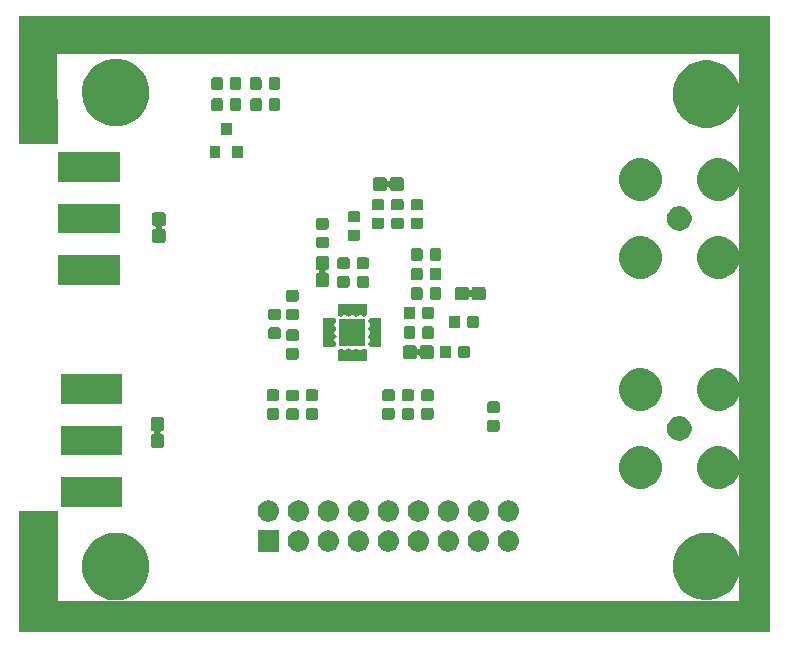
<source format=gbr>
G04 #@! TF.GenerationSoftware,KiCad,Pcbnew,(6.0.0-rc1-dev-1233-g630baa372)*
G04 #@! TF.CreationDate,2018-11-22T01:35:06+01:00*
G04 #@! TF.ProjectId,sdi-devboard,7364692d-6465-4766-926f-6172642e6b69,rev?*
G04 #@! TF.SameCoordinates,Original*
G04 #@! TF.FileFunction,Soldermask,Top*
G04 #@! TF.FilePolarity,Negative*
%FSLAX46Y46*%
G04 Gerber Fmt 4.6, Leading zero omitted, Abs format (unit mm)*
G04 Created by KiCad (PCBNEW (6.0.0-rc1-dev-1233-g630baa372)) date Thu 22 Nov 2018 01:35:06 AM CET*
%MOMM*%
%LPD*%
G01*
G04 APERTURE LIST*
%ADD10C,0.100000*%
G04 APERTURE END LIST*
D10*
G36*
X123190000Y-71882000D02*
X126365000Y-71882000D01*
X126301500Y-64262000D01*
X184086500Y-64262000D01*
X184150000Y-110617000D01*
X126365000Y-110617000D01*
X126365000Y-102997000D01*
X123190000Y-102997000D01*
X123190000Y-113157000D01*
X186690000Y-113157000D01*
X186690000Y-61087000D01*
X123190000Y-61087000D01*
X123190000Y-71882000D01*
G37*
X123190000Y-71882000D02*
X126365000Y-71882000D01*
X126301500Y-64262000D01*
X184086500Y-64262000D01*
X184150000Y-110617000D01*
X126365000Y-110617000D01*
X126365000Y-102997000D01*
X123190000Y-102997000D01*
X123190000Y-113157000D01*
X186690000Y-113157000D01*
X186690000Y-61087000D01*
X123190000Y-61087000D01*
X123190000Y-71882000D01*
G36*
X131897286Y-104896814D02*
X132187606Y-104954562D01*
X132706455Y-105169476D01*
X132737970Y-105190534D01*
X133173410Y-105481486D01*
X133570514Y-105878590D01*
X133570516Y-105878593D01*
X133882524Y-106345545D01*
X133915420Y-106424963D01*
X134097438Y-106864395D01*
X134206006Y-107410201D01*
X134207000Y-107415201D01*
X134207000Y-107976799D01*
X134097438Y-108527606D01*
X133882524Y-109046455D01*
X133573857Y-109508407D01*
X133570514Y-109513410D01*
X133173410Y-109910514D01*
X133173407Y-109910516D01*
X132706455Y-110222524D01*
X132187606Y-110437438D01*
X131912202Y-110492219D01*
X131636800Y-110547000D01*
X131075200Y-110547000D01*
X130799798Y-110492219D01*
X130524394Y-110437438D01*
X130005545Y-110222524D01*
X129538593Y-109910516D01*
X129538590Y-109910514D01*
X129141486Y-109513410D01*
X129138143Y-109508407D01*
X128829476Y-109046455D01*
X128614562Y-108527606D01*
X128505000Y-107976799D01*
X128505000Y-107415201D01*
X128505995Y-107410201D01*
X128614562Y-106864395D01*
X128796580Y-106424963D01*
X128829476Y-106345545D01*
X129141484Y-105878593D01*
X129141486Y-105878590D01*
X129538590Y-105481486D01*
X129974030Y-105190534D01*
X130005545Y-105169476D01*
X130524394Y-104954562D01*
X130814714Y-104896814D01*
X131075200Y-104845000D01*
X131636800Y-104845000D01*
X131897286Y-104896814D01*
X131897286Y-104896814D01*
G37*
G36*
X181912202Y-104894781D02*
X182187606Y-104949562D01*
X182706455Y-105164476D01*
X182745453Y-105190534D01*
X183173410Y-105476486D01*
X183570514Y-105873590D01*
X183570516Y-105873593D01*
X183882524Y-106340545D01*
X184097438Y-106859394D01*
X184098433Y-106864395D01*
X184207000Y-107410200D01*
X184207000Y-107971800D01*
X184206005Y-107976800D01*
X184097438Y-108522606D01*
X183882524Y-109041455D01*
X183572620Y-109505259D01*
X183570514Y-109508410D01*
X183173410Y-109905514D01*
X183173407Y-109905516D01*
X182706455Y-110217524D01*
X182187606Y-110432438D01*
X181912202Y-110487219D01*
X181636800Y-110542000D01*
X181075200Y-110542000D01*
X180799798Y-110487219D01*
X180524394Y-110432438D01*
X180005545Y-110217524D01*
X179538593Y-109905516D01*
X179538590Y-109905514D01*
X179141486Y-109508410D01*
X179139380Y-109505259D01*
X178829476Y-109041455D01*
X178614562Y-108522606D01*
X178505995Y-107976800D01*
X178505000Y-107971800D01*
X178505000Y-107410200D01*
X178613567Y-106864395D01*
X178614562Y-106859394D01*
X178829476Y-106340545D01*
X179141484Y-105873593D01*
X179141486Y-105873590D01*
X179538590Y-105476486D01*
X179966547Y-105190534D01*
X180005545Y-105164476D01*
X180524394Y-104949562D01*
X180799798Y-104894781D01*
X181075200Y-104840000D01*
X181636800Y-104840000D01*
X181912202Y-104894781D01*
X181912202Y-104894781D01*
G37*
G36*
X157082442Y-104642518D02*
X157148627Y-104649037D01*
X157261853Y-104683384D01*
X157318467Y-104700557D01*
X157457087Y-104774652D01*
X157474991Y-104784222D01*
X157510729Y-104813552D01*
X157612186Y-104896814D01*
X157695448Y-104998271D01*
X157724778Y-105034009D01*
X157724779Y-105034011D01*
X157808443Y-105190533D01*
X157808443Y-105190534D01*
X157859963Y-105360373D01*
X157877359Y-105537000D01*
X157859963Y-105713627D01*
X157825616Y-105826853D01*
X157808443Y-105883467D01*
X157734348Y-106022087D01*
X157724778Y-106039991D01*
X157695448Y-106075729D01*
X157612186Y-106177186D01*
X157510729Y-106260448D01*
X157474991Y-106289778D01*
X157474989Y-106289779D01*
X157318467Y-106373443D01*
X157261853Y-106390616D01*
X157148627Y-106424963D01*
X157082443Y-106431481D01*
X157016260Y-106438000D01*
X156927740Y-106438000D01*
X156861557Y-106431481D01*
X156795373Y-106424963D01*
X156682147Y-106390616D01*
X156625533Y-106373443D01*
X156469011Y-106289779D01*
X156469009Y-106289778D01*
X156433271Y-106260448D01*
X156331814Y-106177186D01*
X156248552Y-106075729D01*
X156219222Y-106039991D01*
X156209652Y-106022087D01*
X156135557Y-105883467D01*
X156118384Y-105826853D01*
X156084037Y-105713627D01*
X156066641Y-105537000D01*
X156084037Y-105360373D01*
X156135557Y-105190534D01*
X156135557Y-105190533D01*
X156219221Y-105034011D01*
X156219222Y-105034009D01*
X156248552Y-104998271D01*
X156331814Y-104896814D01*
X156433271Y-104813552D01*
X156469009Y-104784222D01*
X156486913Y-104774652D01*
X156625533Y-104700557D01*
X156682147Y-104683384D01*
X156795373Y-104649037D01*
X156861557Y-104642519D01*
X156927740Y-104636000D01*
X157016260Y-104636000D01*
X157082442Y-104642518D01*
X157082442Y-104642518D01*
G37*
G36*
X164702442Y-104642518D02*
X164768627Y-104649037D01*
X164881853Y-104683384D01*
X164938467Y-104700557D01*
X165077087Y-104774652D01*
X165094991Y-104784222D01*
X165130729Y-104813552D01*
X165232186Y-104896814D01*
X165315448Y-104998271D01*
X165344778Y-105034009D01*
X165344779Y-105034011D01*
X165428443Y-105190533D01*
X165428443Y-105190534D01*
X165479963Y-105360373D01*
X165497359Y-105537000D01*
X165479963Y-105713627D01*
X165445616Y-105826853D01*
X165428443Y-105883467D01*
X165354348Y-106022087D01*
X165344778Y-106039991D01*
X165315448Y-106075729D01*
X165232186Y-106177186D01*
X165130729Y-106260448D01*
X165094991Y-106289778D01*
X165094989Y-106289779D01*
X164938467Y-106373443D01*
X164881853Y-106390616D01*
X164768627Y-106424963D01*
X164702443Y-106431481D01*
X164636260Y-106438000D01*
X164547740Y-106438000D01*
X164481557Y-106431481D01*
X164415373Y-106424963D01*
X164302147Y-106390616D01*
X164245533Y-106373443D01*
X164089011Y-106289779D01*
X164089009Y-106289778D01*
X164053271Y-106260448D01*
X163951814Y-106177186D01*
X163868552Y-106075729D01*
X163839222Y-106039991D01*
X163829652Y-106022087D01*
X163755557Y-105883467D01*
X163738384Y-105826853D01*
X163704037Y-105713627D01*
X163686641Y-105537000D01*
X163704037Y-105360373D01*
X163755557Y-105190534D01*
X163755557Y-105190533D01*
X163839221Y-105034011D01*
X163839222Y-105034009D01*
X163868552Y-104998271D01*
X163951814Y-104896814D01*
X164053271Y-104813552D01*
X164089009Y-104784222D01*
X164106913Y-104774652D01*
X164245533Y-104700557D01*
X164302147Y-104683384D01*
X164415373Y-104649037D01*
X164481557Y-104642519D01*
X164547740Y-104636000D01*
X164636260Y-104636000D01*
X164702442Y-104642518D01*
X164702442Y-104642518D01*
G37*
G36*
X162162442Y-104642518D02*
X162228627Y-104649037D01*
X162341853Y-104683384D01*
X162398467Y-104700557D01*
X162537087Y-104774652D01*
X162554991Y-104784222D01*
X162590729Y-104813552D01*
X162692186Y-104896814D01*
X162775448Y-104998271D01*
X162804778Y-105034009D01*
X162804779Y-105034011D01*
X162888443Y-105190533D01*
X162888443Y-105190534D01*
X162939963Y-105360373D01*
X162957359Y-105537000D01*
X162939963Y-105713627D01*
X162905616Y-105826853D01*
X162888443Y-105883467D01*
X162814348Y-106022087D01*
X162804778Y-106039991D01*
X162775448Y-106075729D01*
X162692186Y-106177186D01*
X162590729Y-106260448D01*
X162554991Y-106289778D01*
X162554989Y-106289779D01*
X162398467Y-106373443D01*
X162341853Y-106390616D01*
X162228627Y-106424963D01*
X162162443Y-106431481D01*
X162096260Y-106438000D01*
X162007740Y-106438000D01*
X161941557Y-106431481D01*
X161875373Y-106424963D01*
X161762147Y-106390616D01*
X161705533Y-106373443D01*
X161549011Y-106289779D01*
X161549009Y-106289778D01*
X161513271Y-106260448D01*
X161411814Y-106177186D01*
X161328552Y-106075729D01*
X161299222Y-106039991D01*
X161289652Y-106022087D01*
X161215557Y-105883467D01*
X161198384Y-105826853D01*
X161164037Y-105713627D01*
X161146641Y-105537000D01*
X161164037Y-105360373D01*
X161215557Y-105190534D01*
X161215557Y-105190533D01*
X161299221Y-105034011D01*
X161299222Y-105034009D01*
X161328552Y-104998271D01*
X161411814Y-104896814D01*
X161513271Y-104813552D01*
X161549009Y-104784222D01*
X161566913Y-104774652D01*
X161705533Y-104700557D01*
X161762147Y-104683384D01*
X161875373Y-104649037D01*
X161941557Y-104642519D01*
X162007740Y-104636000D01*
X162096260Y-104636000D01*
X162162442Y-104642518D01*
X162162442Y-104642518D01*
G37*
G36*
X159622442Y-104642518D02*
X159688627Y-104649037D01*
X159801853Y-104683384D01*
X159858467Y-104700557D01*
X159997087Y-104774652D01*
X160014991Y-104784222D01*
X160050729Y-104813552D01*
X160152186Y-104896814D01*
X160235448Y-104998271D01*
X160264778Y-105034009D01*
X160264779Y-105034011D01*
X160348443Y-105190533D01*
X160348443Y-105190534D01*
X160399963Y-105360373D01*
X160417359Y-105537000D01*
X160399963Y-105713627D01*
X160365616Y-105826853D01*
X160348443Y-105883467D01*
X160274348Y-106022087D01*
X160264778Y-106039991D01*
X160235448Y-106075729D01*
X160152186Y-106177186D01*
X160050729Y-106260448D01*
X160014991Y-106289778D01*
X160014989Y-106289779D01*
X159858467Y-106373443D01*
X159801853Y-106390616D01*
X159688627Y-106424963D01*
X159622443Y-106431481D01*
X159556260Y-106438000D01*
X159467740Y-106438000D01*
X159401557Y-106431481D01*
X159335373Y-106424963D01*
X159222147Y-106390616D01*
X159165533Y-106373443D01*
X159009011Y-106289779D01*
X159009009Y-106289778D01*
X158973271Y-106260448D01*
X158871814Y-106177186D01*
X158788552Y-106075729D01*
X158759222Y-106039991D01*
X158749652Y-106022087D01*
X158675557Y-105883467D01*
X158658384Y-105826853D01*
X158624037Y-105713627D01*
X158606641Y-105537000D01*
X158624037Y-105360373D01*
X158675557Y-105190534D01*
X158675557Y-105190533D01*
X158759221Y-105034011D01*
X158759222Y-105034009D01*
X158788552Y-104998271D01*
X158871814Y-104896814D01*
X158973271Y-104813552D01*
X159009009Y-104784222D01*
X159026913Y-104774652D01*
X159165533Y-104700557D01*
X159222147Y-104683384D01*
X159335373Y-104649037D01*
X159401557Y-104642519D01*
X159467740Y-104636000D01*
X159556260Y-104636000D01*
X159622442Y-104642518D01*
X159622442Y-104642518D01*
G37*
G36*
X154542442Y-104642518D02*
X154608627Y-104649037D01*
X154721853Y-104683384D01*
X154778467Y-104700557D01*
X154917087Y-104774652D01*
X154934991Y-104784222D01*
X154970729Y-104813552D01*
X155072186Y-104896814D01*
X155155448Y-104998271D01*
X155184778Y-105034009D01*
X155184779Y-105034011D01*
X155268443Y-105190533D01*
X155268443Y-105190534D01*
X155319963Y-105360373D01*
X155337359Y-105537000D01*
X155319963Y-105713627D01*
X155285616Y-105826853D01*
X155268443Y-105883467D01*
X155194348Y-106022087D01*
X155184778Y-106039991D01*
X155155448Y-106075729D01*
X155072186Y-106177186D01*
X154970729Y-106260448D01*
X154934991Y-106289778D01*
X154934989Y-106289779D01*
X154778467Y-106373443D01*
X154721853Y-106390616D01*
X154608627Y-106424963D01*
X154542443Y-106431481D01*
X154476260Y-106438000D01*
X154387740Y-106438000D01*
X154321557Y-106431481D01*
X154255373Y-106424963D01*
X154142147Y-106390616D01*
X154085533Y-106373443D01*
X153929011Y-106289779D01*
X153929009Y-106289778D01*
X153893271Y-106260448D01*
X153791814Y-106177186D01*
X153708552Y-106075729D01*
X153679222Y-106039991D01*
X153669652Y-106022087D01*
X153595557Y-105883467D01*
X153578384Y-105826853D01*
X153544037Y-105713627D01*
X153526641Y-105537000D01*
X153544037Y-105360373D01*
X153595557Y-105190534D01*
X153595557Y-105190533D01*
X153679221Y-105034011D01*
X153679222Y-105034009D01*
X153708552Y-104998271D01*
X153791814Y-104896814D01*
X153893271Y-104813552D01*
X153929009Y-104784222D01*
X153946913Y-104774652D01*
X154085533Y-104700557D01*
X154142147Y-104683384D01*
X154255373Y-104649037D01*
X154321557Y-104642519D01*
X154387740Y-104636000D01*
X154476260Y-104636000D01*
X154542442Y-104642518D01*
X154542442Y-104642518D01*
G37*
G36*
X152002442Y-104642518D02*
X152068627Y-104649037D01*
X152181853Y-104683384D01*
X152238467Y-104700557D01*
X152377087Y-104774652D01*
X152394991Y-104784222D01*
X152430729Y-104813552D01*
X152532186Y-104896814D01*
X152615448Y-104998271D01*
X152644778Y-105034009D01*
X152644779Y-105034011D01*
X152728443Y-105190533D01*
X152728443Y-105190534D01*
X152779963Y-105360373D01*
X152797359Y-105537000D01*
X152779963Y-105713627D01*
X152745616Y-105826853D01*
X152728443Y-105883467D01*
X152654348Y-106022087D01*
X152644778Y-106039991D01*
X152615448Y-106075729D01*
X152532186Y-106177186D01*
X152430729Y-106260448D01*
X152394991Y-106289778D01*
X152394989Y-106289779D01*
X152238467Y-106373443D01*
X152181853Y-106390616D01*
X152068627Y-106424963D01*
X152002443Y-106431481D01*
X151936260Y-106438000D01*
X151847740Y-106438000D01*
X151781557Y-106431481D01*
X151715373Y-106424963D01*
X151602147Y-106390616D01*
X151545533Y-106373443D01*
X151389011Y-106289779D01*
X151389009Y-106289778D01*
X151353271Y-106260448D01*
X151251814Y-106177186D01*
X151168552Y-106075729D01*
X151139222Y-106039991D01*
X151129652Y-106022087D01*
X151055557Y-105883467D01*
X151038384Y-105826853D01*
X151004037Y-105713627D01*
X150986641Y-105537000D01*
X151004037Y-105360373D01*
X151055557Y-105190534D01*
X151055557Y-105190533D01*
X151139221Y-105034011D01*
X151139222Y-105034009D01*
X151168552Y-104998271D01*
X151251814Y-104896814D01*
X151353271Y-104813552D01*
X151389009Y-104784222D01*
X151406913Y-104774652D01*
X151545533Y-104700557D01*
X151602147Y-104683384D01*
X151715373Y-104649037D01*
X151781557Y-104642519D01*
X151847740Y-104636000D01*
X151936260Y-104636000D01*
X152002442Y-104642518D01*
X152002442Y-104642518D01*
G37*
G36*
X149462442Y-104642518D02*
X149528627Y-104649037D01*
X149641853Y-104683384D01*
X149698467Y-104700557D01*
X149837087Y-104774652D01*
X149854991Y-104784222D01*
X149890729Y-104813552D01*
X149992186Y-104896814D01*
X150075448Y-104998271D01*
X150104778Y-105034009D01*
X150104779Y-105034011D01*
X150188443Y-105190533D01*
X150188443Y-105190534D01*
X150239963Y-105360373D01*
X150257359Y-105537000D01*
X150239963Y-105713627D01*
X150205616Y-105826853D01*
X150188443Y-105883467D01*
X150114348Y-106022087D01*
X150104778Y-106039991D01*
X150075448Y-106075729D01*
X149992186Y-106177186D01*
X149890729Y-106260448D01*
X149854991Y-106289778D01*
X149854989Y-106289779D01*
X149698467Y-106373443D01*
X149641853Y-106390616D01*
X149528627Y-106424963D01*
X149462443Y-106431481D01*
X149396260Y-106438000D01*
X149307740Y-106438000D01*
X149241557Y-106431481D01*
X149175373Y-106424963D01*
X149062147Y-106390616D01*
X149005533Y-106373443D01*
X148849011Y-106289779D01*
X148849009Y-106289778D01*
X148813271Y-106260448D01*
X148711814Y-106177186D01*
X148628552Y-106075729D01*
X148599222Y-106039991D01*
X148589652Y-106022087D01*
X148515557Y-105883467D01*
X148498384Y-105826853D01*
X148464037Y-105713627D01*
X148446641Y-105537000D01*
X148464037Y-105360373D01*
X148515557Y-105190534D01*
X148515557Y-105190533D01*
X148599221Y-105034011D01*
X148599222Y-105034009D01*
X148628552Y-104998271D01*
X148711814Y-104896814D01*
X148813271Y-104813552D01*
X148849009Y-104784222D01*
X148866913Y-104774652D01*
X149005533Y-104700557D01*
X149062147Y-104683384D01*
X149175373Y-104649037D01*
X149241557Y-104642519D01*
X149307740Y-104636000D01*
X149396260Y-104636000D01*
X149462442Y-104642518D01*
X149462442Y-104642518D01*
G37*
G36*
X146922442Y-104642518D02*
X146988627Y-104649037D01*
X147101853Y-104683384D01*
X147158467Y-104700557D01*
X147297087Y-104774652D01*
X147314991Y-104784222D01*
X147350729Y-104813552D01*
X147452186Y-104896814D01*
X147535448Y-104998271D01*
X147564778Y-105034009D01*
X147564779Y-105034011D01*
X147648443Y-105190533D01*
X147648443Y-105190534D01*
X147699963Y-105360373D01*
X147717359Y-105537000D01*
X147699963Y-105713627D01*
X147665616Y-105826853D01*
X147648443Y-105883467D01*
X147574348Y-106022087D01*
X147564778Y-106039991D01*
X147535448Y-106075729D01*
X147452186Y-106177186D01*
X147350729Y-106260448D01*
X147314991Y-106289778D01*
X147314989Y-106289779D01*
X147158467Y-106373443D01*
X147101853Y-106390616D01*
X146988627Y-106424963D01*
X146922443Y-106431481D01*
X146856260Y-106438000D01*
X146767740Y-106438000D01*
X146701557Y-106431481D01*
X146635373Y-106424963D01*
X146522147Y-106390616D01*
X146465533Y-106373443D01*
X146309011Y-106289779D01*
X146309009Y-106289778D01*
X146273271Y-106260448D01*
X146171814Y-106177186D01*
X146088552Y-106075729D01*
X146059222Y-106039991D01*
X146049652Y-106022087D01*
X145975557Y-105883467D01*
X145958384Y-105826853D01*
X145924037Y-105713627D01*
X145906641Y-105537000D01*
X145924037Y-105360373D01*
X145975557Y-105190534D01*
X145975557Y-105190533D01*
X146059221Y-105034011D01*
X146059222Y-105034009D01*
X146088552Y-104998271D01*
X146171814Y-104896814D01*
X146273271Y-104813552D01*
X146309009Y-104784222D01*
X146326913Y-104774652D01*
X146465533Y-104700557D01*
X146522147Y-104683384D01*
X146635373Y-104649037D01*
X146701557Y-104642519D01*
X146767740Y-104636000D01*
X146856260Y-104636000D01*
X146922442Y-104642518D01*
X146922442Y-104642518D01*
G37*
G36*
X145173000Y-106438000D02*
X143371000Y-106438000D01*
X143371000Y-104636000D01*
X145173000Y-104636000D01*
X145173000Y-106438000D01*
X145173000Y-106438000D01*
G37*
G36*
X157082443Y-102102519D02*
X157148627Y-102109037D01*
X157261853Y-102143384D01*
X157318467Y-102160557D01*
X157457087Y-102234652D01*
X157474991Y-102244222D01*
X157510729Y-102273552D01*
X157612186Y-102356814D01*
X157695448Y-102458271D01*
X157724778Y-102494009D01*
X157724779Y-102494011D01*
X157808443Y-102650533D01*
X157808443Y-102650534D01*
X157859963Y-102820373D01*
X157877359Y-102997000D01*
X157859963Y-103173627D01*
X157825616Y-103286853D01*
X157808443Y-103343467D01*
X157734348Y-103482087D01*
X157724778Y-103499991D01*
X157695448Y-103535729D01*
X157612186Y-103637186D01*
X157510729Y-103720448D01*
X157474991Y-103749778D01*
X157474989Y-103749779D01*
X157318467Y-103833443D01*
X157261853Y-103850616D01*
X157148627Y-103884963D01*
X157082442Y-103891482D01*
X157016260Y-103898000D01*
X156927740Y-103898000D01*
X156861557Y-103891481D01*
X156795373Y-103884963D01*
X156682147Y-103850616D01*
X156625533Y-103833443D01*
X156469011Y-103749779D01*
X156469009Y-103749778D01*
X156433271Y-103720448D01*
X156331814Y-103637186D01*
X156248552Y-103535729D01*
X156219222Y-103499991D01*
X156209652Y-103482087D01*
X156135557Y-103343467D01*
X156118384Y-103286853D01*
X156084037Y-103173627D01*
X156066641Y-102997000D01*
X156084037Y-102820373D01*
X156135557Y-102650534D01*
X156135557Y-102650533D01*
X156219221Y-102494011D01*
X156219222Y-102494009D01*
X156248552Y-102458271D01*
X156331814Y-102356814D01*
X156433271Y-102273552D01*
X156469009Y-102244222D01*
X156486913Y-102234652D01*
X156625533Y-102160557D01*
X156682147Y-102143384D01*
X156795373Y-102109037D01*
X156861558Y-102102518D01*
X156927740Y-102096000D01*
X157016260Y-102096000D01*
X157082443Y-102102519D01*
X157082443Y-102102519D01*
G37*
G36*
X144382443Y-102102519D02*
X144448627Y-102109037D01*
X144561853Y-102143384D01*
X144618467Y-102160557D01*
X144757087Y-102234652D01*
X144774991Y-102244222D01*
X144810729Y-102273552D01*
X144912186Y-102356814D01*
X144995448Y-102458271D01*
X145024778Y-102494009D01*
X145024779Y-102494011D01*
X145108443Y-102650533D01*
X145108443Y-102650534D01*
X145159963Y-102820373D01*
X145177359Y-102997000D01*
X145159963Y-103173627D01*
X145125616Y-103286853D01*
X145108443Y-103343467D01*
X145034348Y-103482087D01*
X145024778Y-103499991D01*
X144995448Y-103535729D01*
X144912186Y-103637186D01*
X144810729Y-103720448D01*
X144774991Y-103749778D01*
X144774989Y-103749779D01*
X144618467Y-103833443D01*
X144561853Y-103850616D01*
X144448627Y-103884963D01*
X144382442Y-103891482D01*
X144316260Y-103898000D01*
X144227740Y-103898000D01*
X144161557Y-103891481D01*
X144095373Y-103884963D01*
X143982147Y-103850616D01*
X143925533Y-103833443D01*
X143769011Y-103749779D01*
X143769009Y-103749778D01*
X143733271Y-103720448D01*
X143631814Y-103637186D01*
X143548552Y-103535729D01*
X143519222Y-103499991D01*
X143509652Y-103482087D01*
X143435557Y-103343467D01*
X143418384Y-103286853D01*
X143384037Y-103173627D01*
X143366641Y-102997000D01*
X143384037Y-102820373D01*
X143435557Y-102650534D01*
X143435557Y-102650533D01*
X143519221Y-102494011D01*
X143519222Y-102494009D01*
X143548552Y-102458271D01*
X143631814Y-102356814D01*
X143733271Y-102273552D01*
X143769009Y-102244222D01*
X143786913Y-102234652D01*
X143925533Y-102160557D01*
X143982147Y-102143384D01*
X144095373Y-102109037D01*
X144161558Y-102102518D01*
X144227740Y-102096000D01*
X144316260Y-102096000D01*
X144382443Y-102102519D01*
X144382443Y-102102519D01*
G37*
G36*
X146922443Y-102102519D02*
X146988627Y-102109037D01*
X147101853Y-102143384D01*
X147158467Y-102160557D01*
X147297087Y-102234652D01*
X147314991Y-102244222D01*
X147350729Y-102273552D01*
X147452186Y-102356814D01*
X147535448Y-102458271D01*
X147564778Y-102494009D01*
X147564779Y-102494011D01*
X147648443Y-102650533D01*
X147648443Y-102650534D01*
X147699963Y-102820373D01*
X147717359Y-102997000D01*
X147699963Y-103173627D01*
X147665616Y-103286853D01*
X147648443Y-103343467D01*
X147574348Y-103482087D01*
X147564778Y-103499991D01*
X147535448Y-103535729D01*
X147452186Y-103637186D01*
X147350729Y-103720448D01*
X147314991Y-103749778D01*
X147314989Y-103749779D01*
X147158467Y-103833443D01*
X147101853Y-103850616D01*
X146988627Y-103884963D01*
X146922442Y-103891482D01*
X146856260Y-103898000D01*
X146767740Y-103898000D01*
X146701557Y-103891481D01*
X146635373Y-103884963D01*
X146522147Y-103850616D01*
X146465533Y-103833443D01*
X146309011Y-103749779D01*
X146309009Y-103749778D01*
X146273271Y-103720448D01*
X146171814Y-103637186D01*
X146088552Y-103535729D01*
X146059222Y-103499991D01*
X146049652Y-103482087D01*
X145975557Y-103343467D01*
X145958384Y-103286853D01*
X145924037Y-103173627D01*
X145906641Y-102997000D01*
X145924037Y-102820373D01*
X145975557Y-102650534D01*
X145975557Y-102650533D01*
X146059221Y-102494011D01*
X146059222Y-102494009D01*
X146088552Y-102458271D01*
X146171814Y-102356814D01*
X146273271Y-102273552D01*
X146309009Y-102244222D01*
X146326913Y-102234652D01*
X146465533Y-102160557D01*
X146522147Y-102143384D01*
X146635373Y-102109037D01*
X146701558Y-102102518D01*
X146767740Y-102096000D01*
X146856260Y-102096000D01*
X146922443Y-102102519D01*
X146922443Y-102102519D01*
G37*
G36*
X152002443Y-102102519D02*
X152068627Y-102109037D01*
X152181853Y-102143384D01*
X152238467Y-102160557D01*
X152377087Y-102234652D01*
X152394991Y-102244222D01*
X152430729Y-102273552D01*
X152532186Y-102356814D01*
X152615448Y-102458271D01*
X152644778Y-102494009D01*
X152644779Y-102494011D01*
X152728443Y-102650533D01*
X152728443Y-102650534D01*
X152779963Y-102820373D01*
X152797359Y-102997000D01*
X152779963Y-103173627D01*
X152745616Y-103286853D01*
X152728443Y-103343467D01*
X152654348Y-103482087D01*
X152644778Y-103499991D01*
X152615448Y-103535729D01*
X152532186Y-103637186D01*
X152430729Y-103720448D01*
X152394991Y-103749778D01*
X152394989Y-103749779D01*
X152238467Y-103833443D01*
X152181853Y-103850616D01*
X152068627Y-103884963D01*
X152002442Y-103891482D01*
X151936260Y-103898000D01*
X151847740Y-103898000D01*
X151781557Y-103891481D01*
X151715373Y-103884963D01*
X151602147Y-103850616D01*
X151545533Y-103833443D01*
X151389011Y-103749779D01*
X151389009Y-103749778D01*
X151353271Y-103720448D01*
X151251814Y-103637186D01*
X151168552Y-103535729D01*
X151139222Y-103499991D01*
X151129652Y-103482087D01*
X151055557Y-103343467D01*
X151038384Y-103286853D01*
X151004037Y-103173627D01*
X150986641Y-102997000D01*
X151004037Y-102820373D01*
X151055557Y-102650534D01*
X151055557Y-102650533D01*
X151139221Y-102494011D01*
X151139222Y-102494009D01*
X151168552Y-102458271D01*
X151251814Y-102356814D01*
X151353271Y-102273552D01*
X151389009Y-102244222D01*
X151406913Y-102234652D01*
X151545533Y-102160557D01*
X151602147Y-102143384D01*
X151715373Y-102109037D01*
X151781558Y-102102518D01*
X151847740Y-102096000D01*
X151936260Y-102096000D01*
X152002443Y-102102519D01*
X152002443Y-102102519D01*
G37*
G36*
X154542443Y-102102519D02*
X154608627Y-102109037D01*
X154721853Y-102143384D01*
X154778467Y-102160557D01*
X154917087Y-102234652D01*
X154934991Y-102244222D01*
X154970729Y-102273552D01*
X155072186Y-102356814D01*
X155155448Y-102458271D01*
X155184778Y-102494009D01*
X155184779Y-102494011D01*
X155268443Y-102650533D01*
X155268443Y-102650534D01*
X155319963Y-102820373D01*
X155337359Y-102997000D01*
X155319963Y-103173627D01*
X155285616Y-103286853D01*
X155268443Y-103343467D01*
X155194348Y-103482087D01*
X155184778Y-103499991D01*
X155155448Y-103535729D01*
X155072186Y-103637186D01*
X154970729Y-103720448D01*
X154934991Y-103749778D01*
X154934989Y-103749779D01*
X154778467Y-103833443D01*
X154721853Y-103850616D01*
X154608627Y-103884963D01*
X154542442Y-103891482D01*
X154476260Y-103898000D01*
X154387740Y-103898000D01*
X154321557Y-103891481D01*
X154255373Y-103884963D01*
X154142147Y-103850616D01*
X154085533Y-103833443D01*
X153929011Y-103749779D01*
X153929009Y-103749778D01*
X153893271Y-103720448D01*
X153791814Y-103637186D01*
X153708552Y-103535729D01*
X153679222Y-103499991D01*
X153669652Y-103482087D01*
X153595557Y-103343467D01*
X153578384Y-103286853D01*
X153544037Y-103173627D01*
X153526641Y-102997000D01*
X153544037Y-102820373D01*
X153595557Y-102650534D01*
X153595557Y-102650533D01*
X153679221Y-102494011D01*
X153679222Y-102494009D01*
X153708552Y-102458271D01*
X153791814Y-102356814D01*
X153893271Y-102273552D01*
X153929009Y-102244222D01*
X153946913Y-102234652D01*
X154085533Y-102160557D01*
X154142147Y-102143384D01*
X154255373Y-102109037D01*
X154321558Y-102102518D01*
X154387740Y-102096000D01*
X154476260Y-102096000D01*
X154542443Y-102102519D01*
X154542443Y-102102519D01*
G37*
G36*
X159622443Y-102102519D02*
X159688627Y-102109037D01*
X159801853Y-102143384D01*
X159858467Y-102160557D01*
X159997087Y-102234652D01*
X160014991Y-102244222D01*
X160050729Y-102273552D01*
X160152186Y-102356814D01*
X160235448Y-102458271D01*
X160264778Y-102494009D01*
X160264779Y-102494011D01*
X160348443Y-102650533D01*
X160348443Y-102650534D01*
X160399963Y-102820373D01*
X160417359Y-102997000D01*
X160399963Y-103173627D01*
X160365616Y-103286853D01*
X160348443Y-103343467D01*
X160274348Y-103482087D01*
X160264778Y-103499991D01*
X160235448Y-103535729D01*
X160152186Y-103637186D01*
X160050729Y-103720448D01*
X160014991Y-103749778D01*
X160014989Y-103749779D01*
X159858467Y-103833443D01*
X159801853Y-103850616D01*
X159688627Y-103884963D01*
X159622442Y-103891482D01*
X159556260Y-103898000D01*
X159467740Y-103898000D01*
X159401557Y-103891481D01*
X159335373Y-103884963D01*
X159222147Y-103850616D01*
X159165533Y-103833443D01*
X159009011Y-103749779D01*
X159009009Y-103749778D01*
X158973271Y-103720448D01*
X158871814Y-103637186D01*
X158788552Y-103535729D01*
X158759222Y-103499991D01*
X158749652Y-103482087D01*
X158675557Y-103343467D01*
X158658384Y-103286853D01*
X158624037Y-103173627D01*
X158606641Y-102997000D01*
X158624037Y-102820373D01*
X158675557Y-102650534D01*
X158675557Y-102650533D01*
X158759221Y-102494011D01*
X158759222Y-102494009D01*
X158788552Y-102458271D01*
X158871814Y-102356814D01*
X158973271Y-102273552D01*
X159009009Y-102244222D01*
X159026913Y-102234652D01*
X159165533Y-102160557D01*
X159222147Y-102143384D01*
X159335373Y-102109037D01*
X159401558Y-102102518D01*
X159467740Y-102096000D01*
X159556260Y-102096000D01*
X159622443Y-102102519D01*
X159622443Y-102102519D01*
G37*
G36*
X162162443Y-102102519D02*
X162228627Y-102109037D01*
X162341853Y-102143384D01*
X162398467Y-102160557D01*
X162537087Y-102234652D01*
X162554991Y-102244222D01*
X162590729Y-102273552D01*
X162692186Y-102356814D01*
X162775448Y-102458271D01*
X162804778Y-102494009D01*
X162804779Y-102494011D01*
X162888443Y-102650533D01*
X162888443Y-102650534D01*
X162939963Y-102820373D01*
X162957359Y-102997000D01*
X162939963Y-103173627D01*
X162905616Y-103286853D01*
X162888443Y-103343467D01*
X162814348Y-103482087D01*
X162804778Y-103499991D01*
X162775448Y-103535729D01*
X162692186Y-103637186D01*
X162590729Y-103720448D01*
X162554991Y-103749778D01*
X162554989Y-103749779D01*
X162398467Y-103833443D01*
X162341853Y-103850616D01*
X162228627Y-103884963D01*
X162162442Y-103891482D01*
X162096260Y-103898000D01*
X162007740Y-103898000D01*
X161941557Y-103891481D01*
X161875373Y-103884963D01*
X161762147Y-103850616D01*
X161705533Y-103833443D01*
X161549011Y-103749779D01*
X161549009Y-103749778D01*
X161513271Y-103720448D01*
X161411814Y-103637186D01*
X161328552Y-103535729D01*
X161299222Y-103499991D01*
X161289652Y-103482087D01*
X161215557Y-103343467D01*
X161198384Y-103286853D01*
X161164037Y-103173627D01*
X161146641Y-102997000D01*
X161164037Y-102820373D01*
X161215557Y-102650534D01*
X161215557Y-102650533D01*
X161299221Y-102494011D01*
X161299222Y-102494009D01*
X161328552Y-102458271D01*
X161411814Y-102356814D01*
X161513271Y-102273552D01*
X161549009Y-102244222D01*
X161566913Y-102234652D01*
X161705533Y-102160557D01*
X161762147Y-102143384D01*
X161875373Y-102109037D01*
X161941558Y-102102518D01*
X162007740Y-102096000D01*
X162096260Y-102096000D01*
X162162443Y-102102519D01*
X162162443Y-102102519D01*
G37*
G36*
X164702443Y-102102519D02*
X164768627Y-102109037D01*
X164881853Y-102143384D01*
X164938467Y-102160557D01*
X165077087Y-102234652D01*
X165094991Y-102244222D01*
X165130729Y-102273552D01*
X165232186Y-102356814D01*
X165315448Y-102458271D01*
X165344778Y-102494009D01*
X165344779Y-102494011D01*
X165428443Y-102650533D01*
X165428443Y-102650534D01*
X165479963Y-102820373D01*
X165497359Y-102997000D01*
X165479963Y-103173627D01*
X165445616Y-103286853D01*
X165428443Y-103343467D01*
X165354348Y-103482087D01*
X165344778Y-103499991D01*
X165315448Y-103535729D01*
X165232186Y-103637186D01*
X165130729Y-103720448D01*
X165094991Y-103749778D01*
X165094989Y-103749779D01*
X164938467Y-103833443D01*
X164881853Y-103850616D01*
X164768627Y-103884963D01*
X164702442Y-103891482D01*
X164636260Y-103898000D01*
X164547740Y-103898000D01*
X164481557Y-103891481D01*
X164415373Y-103884963D01*
X164302147Y-103850616D01*
X164245533Y-103833443D01*
X164089011Y-103749779D01*
X164089009Y-103749778D01*
X164053271Y-103720448D01*
X163951814Y-103637186D01*
X163868552Y-103535729D01*
X163839222Y-103499991D01*
X163829652Y-103482087D01*
X163755557Y-103343467D01*
X163738384Y-103286853D01*
X163704037Y-103173627D01*
X163686641Y-102997000D01*
X163704037Y-102820373D01*
X163755557Y-102650534D01*
X163755557Y-102650533D01*
X163839221Y-102494011D01*
X163839222Y-102494009D01*
X163868552Y-102458271D01*
X163951814Y-102356814D01*
X164053271Y-102273552D01*
X164089009Y-102244222D01*
X164106913Y-102234652D01*
X164245533Y-102160557D01*
X164302147Y-102143384D01*
X164415373Y-102109037D01*
X164481558Y-102102518D01*
X164547740Y-102096000D01*
X164636260Y-102096000D01*
X164702443Y-102102519D01*
X164702443Y-102102519D01*
G37*
G36*
X149462443Y-102102519D02*
X149528627Y-102109037D01*
X149641853Y-102143384D01*
X149698467Y-102160557D01*
X149837087Y-102234652D01*
X149854991Y-102244222D01*
X149890729Y-102273552D01*
X149992186Y-102356814D01*
X150075448Y-102458271D01*
X150104778Y-102494009D01*
X150104779Y-102494011D01*
X150188443Y-102650533D01*
X150188443Y-102650534D01*
X150239963Y-102820373D01*
X150257359Y-102997000D01*
X150239963Y-103173627D01*
X150205616Y-103286853D01*
X150188443Y-103343467D01*
X150114348Y-103482087D01*
X150104778Y-103499991D01*
X150075448Y-103535729D01*
X149992186Y-103637186D01*
X149890729Y-103720448D01*
X149854991Y-103749778D01*
X149854989Y-103749779D01*
X149698467Y-103833443D01*
X149641853Y-103850616D01*
X149528627Y-103884963D01*
X149462442Y-103891482D01*
X149396260Y-103898000D01*
X149307740Y-103898000D01*
X149241557Y-103891481D01*
X149175373Y-103884963D01*
X149062147Y-103850616D01*
X149005533Y-103833443D01*
X148849011Y-103749779D01*
X148849009Y-103749778D01*
X148813271Y-103720448D01*
X148711814Y-103637186D01*
X148628552Y-103535729D01*
X148599222Y-103499991D01*
X148589652Y-103482087D01*
X148515557Y-103343467D01*
X148498384Y-103286853D01*
X148464037Y-103173627D01*
X148446641Y-102997000D01*
X148464037Y-102820373D01*
X148515557Y-102650534D01*
X148515557Y-102650533D01*
X148599221Y-102494011D01*
X148599222Y-102494009D01*
X148628552Y-102458271D01*
X148711814Y-102356814D01*
X148813271Y-102273552D01*
X148849009Y-102244222D01*
X148866913Y-102234652D01*
X149005533Y-102160557D01*
X149062147Y-102143384D01*
X149175373Y-102109037D01*
X149241558Y-102102518D01*
X149307740Y-102096000D01*
X149396260Y-102096000D01*
X149462443Y-102102519D01*
X149462443Y-102102519D01*
G37*
G36*
X131877000Y-102669000D02*
X126695000Y-102669000D01*
X126695000Y-100147000D01*
X131877000Y-100147000D01*
X131877000Y-102669000D01*
X131877000Y-102669000D01*
G37*
G36*
X182895331Y-97580211D02*
X183223092Y-97715974D01*
X183518073Y-97913074D01*
X183768926Y-98163927D01*
X183966026Y-98458908D01*
X184101789Y-98786669D01*
X184171000Y-99134616D01*
X184171000Y-99489384D01*
X184101789Y-99837331D01*
X183966026Y-100165092D01*
X183768926Y-100460073D01*
X183518073Y-100710926D01*
X183223092Y-100908026D01*
X182895331Y-101043789D01*
X182547384Y-101113000D01*
X182192616Y-101113000D01*
X181844669Y-101043789D01*
X181516908Y-100908026D01*
X181221927Y-100710926D01*
X180971074Y-100460073D01*
X180773974Y-100165092D01*
X180638211Y-99837331D01*
X180569000Y-99489384D01*
X180569000Y-99134616D01*
X180638211Y-98786669D01*
X180773974Y-98458908D01*
X180971074Y-98163927D01*
X181221927Y-97913074D01*
X181516908Y-97715974D01*
X181844669Y-97580211D01*
X182192616Y-97511000D01*
X182547384Y-97511000D01*
X182895331Y-97580211D01*
X182895331Y-97580211D01*
G37*
G36*
X176295331Y-97580211D02*
X176623092Y-97715974D01*
X176918073Y-97913074D01*
X177168926Y-98163927D01*
X177366026Y-98458908D01*
X177501789Y-98786669D01*
X177571000Y-99134616D01*
X177571000Y-99489384D01*
X177501789Y-99837331D01*
X177366026Y-100165092D01*
X177168926Y-100460073D01*
X176918073Y-100710926D01*
X176623092Y-100908026D01*
X176295331Y-101043789D01*
X175947384Y-101113000D01*
X175592616Y-101113000D01*
X175244669Y-101043789D01*
X174916908Y-100908026D01*
X174621927Y-100710926D01*
X174371074Y-100460073D01*
X174173974Y-100165092D01*
X174038211Y-99837331D01*
X173969000Y-99489384D01*
X173969000Y-99134616D01*
X174038211Y-98786669D01*
X174173974Y-98458908D01*
X174371074Y-98163927D01*
X174621927Y-97913074D01*
X174916908Y-97715974D01*
X175244669Y-97580211D01*
X175592616Y-97511000D01*
X175947384Y-97511000D01*
X176295331Y-97580211D01*
X176295331Y-97580211D01*
G37*
G36*
X131877000Y-98224000D02*
X126695000Y-98224000D01*
X126695000Y-95832000D01*
X131877000Y-95832000D01*
X131877000Y-98224000D01*
X131877000Y-98224000D01*
G37*
G36*
X135281811Y-95047105D02*
X135320867Y-95058953D01*
X135356863Y-95078193D01*
X135388414Y-95104086D01*
X135414307Y-95135637D01*
X135433547Y-95171633D01*
X135445395Y-95210689D01*
X135450000Y-95257449D01*
X135450000Y-96004551D01*
X135445395Y-96051311D01*
X135433547Y-96090367D01*
X135414307Y-96126363D01*
X135388414Y-96157914D01*
X135356863Y-96183807D01*
X135320867Y-96203047D01*
X135281811Y-96214895D01*
X135239092Y-96219102D01*
X135215059Y-96223882D01*
X135192420Y-96233260D01*
X135172045Y-96246874D01*
X135154718Y-96264201D01*
X135141104Y-96284575D01*
X135131727Y-96307214D01*
X135126946Y-96331248D01*
X135126946Y-96355752D01*
X135131726Y-96379785D01*
X135141104Y-96402424D01*
X135154718Y-96422799D01*
X135172045Y-96440126D01*
X135192419Y-96453740D01*
X135215058Y-96463117D01*
X135239092Y-96467898D01*
X135281811Y-96472105D01*
X135320867Y-96483953D01*
X135356863Y-96503193D01*
X135388414Y-96529086D01*
X135414307Y-96560637D01*
X135433547Y-96596633D01*
X135445395Y-96635689D01*
X135450000Y-96682449D01*
X135450000Y-97429551D01*
X135445395Y-97476311D01*
X135433547Y-97515367D01*
X135414307Y-97551363D01*
X135388414Y-97582914D01*
X135356863Y-97608807D01*
X135320867Y-97628047D01*
X135281811Y-97639895D01*
X135235051Y-97644500D01*
X134512949Y-97644500D01*
X134466189Y-97639895D01*
X134427133Y-97628047D01*
X134391137Y-97608807D01*
X134359586Y-97582914D01*
X134333693Y-97551363D01*
X134314453Y-97515367D01*
X134302605Y-97476311D01*
X134298000Y-97429551D01*
X134298000Y-96682449D01*
X134302605Y-96635689D01*
X134314453Y-96596633D01*
X134333693Y-96560637D01*
X134359586Y-96529086D01*
X134391137Y-96503193D01*
X134427133Y-96483953D01*
X134466189Y-96472105D01*
X134508908Y-96467898D01*
X134532941Y-96463118D01*
X134555580Y-96453740D01*
X134575955Y-96440126D01*
X134593282Y-96422799D01*
X134606896Y-96402425D01*
X134616273Y-96379786D01*
X134621054Y-96355752D01*
X134621054Y-96331248D01*
X134616274Y-96307215D01*
X134606896Y-96284576D01*
X134593282Y-96264201D01*
X134575955Y-96246874D01*
X134555581Y-96233260D01*
X134532942Y-96223883D01*
X134508908Y-96219102D01*
X134466189Y-96214895D01*
X134427133Y-96203047D01*
X134391137Y-96183807D01*
X134359586Y-96157914D01*
X134333693Y-96126363D01*
X134314453Y-96090367D01*
X134302605Y-96051311D01*
X134298000Y-96004551D01*
X134298000Y-95257449D01*
X134302605Y-95210689D01*
X134314453Y-95171633D01*
X134333693Y-95135637D01*
X134359586Y-95104086D01*
X134391137Y-95078193D01*
X134427133Y-95058953D01*
X134466189Y-95047105D01*
X134512949Y-95042500D01*
X135235051Y-95042500D01*
X135281811Y-95047105D01*
X135281811Y-95047105D01*
G37*
G36*
X179376565Y-95001389D02*
X179567834Y-95080615D01*
X179739976Y-95195637D01*
X179886363Y-95342024D01*
X180001385Y-95514166D01*
X180080611Y-95705435D01*
X180121000Y-95908484D01*
X180121000Y-96115516D01*
X180080611Y-96318565D01*
X180001385Y-96509834D01*
X179886363Y-96681976D01*
X179739976Y-96828363D01*
X179567834Y-96943385D01*
X179376565Y-97022611D01*
X179173516Y-97063000D01*
X178966484Y-97063000D01*
X178763435Y-97022611D01*
X178572166Y-96943385D01*
X178400024Y-96828363D01*
X178253637Y-96681976D01*
X178138615Y-96509834D01*
X178059389Y-96318565D01*
X178019000Y-96115516D01*
X178019000Y-95908484D01*
X178059389Y-95705435D01*
X178138615Y-95514166D01*
X178253637Y-95342024D01*
X178400024Y-95195637D01*
X178572166Y-95080615D01*
X178763435Y-95001389D01*
X178966484Y-94961000D01*
X179173516Y-94961000D01*
X179376565Y-95001389D01*
X179376565Y-95001389D01*
G37*
G36*
X163701591Y-95299085D02*
X163735569Y-95309393D01*
X163766887Y-95326133D01*
X163794339Y-95348661D01*
X163816867Y-95376113D01*
X163833607Y-95407431D01*
X163843915Y-95441409D01*
X163848000Y-95482890D01*
X163848000Y-96084110D01*
X163843915Y-96125591D01*
X163833607Y-96159569D01*
X163816867Y-96190887D01*
X163794339Y-96218339D01*
X163766887Y-96240867D01*
X163735569Y-96257607D01*
X163701591Y-96267915D01*
X163660110Y-96272000D01*
X162983890Y-96272000D01*
X162942409Y-96267915D01*
X162908431Y-96257607D01*
X162877113Y-96240867D01*
X162849661Y-96218339D01*
X162827133Y-96190887D01*
X162810393Y-96159569D01*
X162800085Y-96125591D01*
X162796000Y-96084110D01*
X162796000Y-95482890D01*
X162800085Y-95441409D01*
X162810393Y-95407431D01*
X162827133Y-95376113D01*
X162849661Y-95348661D01*
X162877113Y-95326133D01*
X162908431Y-95309393D01*
X162942409Y-95299085D01*
X162983890Y-95295000D01*
X163660110Y-95295000D01*
X163701591Y-95299085D01*
X163701591Y-95299085D01*
G37*
G36*
X146683591Y-94308585D02*
X146717569Y-94318893D01*
X146748887Y-94335633D01*
X146776339Y-94358161D01*
X146798867Y-94385613D01*
X146815607Y-94416931D01*
X146825915Y-94450909D01*
X146830000Y-94492390D01*
X146830000Y-95093610D01*
X146825915Y-95135091D01*
X146815607Y-95169069D01*
X146798867Y-95200387D01*
X146776339Y-95227839D01*
X146748887Y-95250367D01*
X146717569Y-95267107D01*
X146683591Y-95277415D01*
X146642110Y-95281500D01*
X145965890Y-95281500D01*
X145924409Y-95277415D01*
X145890431Y-95267107D01*
X145859113Y-95250367D01*
X145831661Y-95227839D01*
X145809133Y-95200387D01*
X145792393Y-95169069D01*
X145782085Y-95135091D01*
X145778000Y-95093610D01*
X145778000Y-94492390D01*
X145782085Y-94450909D01*
X145792393Y-94416931D01*
X145809133Y-94385613D01*
X145831661Y-94358161D01*
X145859113Y-94335633D01*
X145890431Y-94318893D01*
X145924409Y-94308585D01*
X145965890Y-94304500D01*
X146642110Y-94304500D01*
X146683591Y-94308585D01*
X146683591Y-94308585D01*
G37*
G36*
X148334591Y-94283085D02*
X148368569Y-94293393D01*
X148399887Y-94310133D01*
X148427339Y-94332661D01*
X148449867Y-94360113D01*
X148466607Y-94391431D01*
X148476915Y-94425409D01*
X148481000Y-94466890D01*
X148481000Y-95068110D01*
X148476915Y-95109591D01*
X148466607Y-95143569D01*
X148449867Y-95174887D01*
X148427339Y-95202339D01*
X148399887Y-95224867D01*
X148368569Y-95241607D01*
X148334591Y-95251915D01*
X148293110Y-95256000D01*
X147616890Y-95256000D01*
X147575409Y-95251915D01*
X147541431Y-95241607D01*
X147510113Y-95224867D01*
X147482661Y-95202339D01*
X147460133Y-95174887D01*
X147443393Y-95143569D01*
X147433085Y-95109591D01*
X147429000Y-95068110D01*
X147429000Y-94466890D01*
X147433085Y-94425409D01*
X147443393Y-94391431D01*
X147460133Y-94360113D01*
X147482661Y-94332661D01*
X147510113Y-94310133D01*
X147541431Y-94293393D01*
X147575409Y-94283085D01*
X147616890Y-94279000D01*
X148293110Y-94279000D01*
X148334591Y-94283085D01*
X148334591Y-94283085D01*
G37*
G36*
X145032591Y-94283085D02*
X145066569Y-94293393D01*
X145097887Y-94310133D01*
X145125339Y-94332661D01*
X145147867Y-94360113D01*
X145164607Y-94391431D01*
X145174915Y-94425409D01*
X145179000Y-94466890D01*
X145179000Y-95068110D01*
X145174915Y-95109591D01*
X145164607Y-95143569D01*
X145147867Y-95174887D01*
X145125339Y-95202339D01*
X145097887Y-95224867D01*
X145066569Y-95241607D01*
X145032591Y-95251915D01*
X144991110Y-95256000D01*
X144314890Y-95256000D01*
X144273409Y-95251915D01*
X144239431Y-95241607D01*
X144208113Y-95224867D01*
X144180661Y-95202339D01*
X144158133Y-95174887D01*
X144141393Y-95143569D01*
X144131085Y-95109591D01*
X144127000Y-95068110D01*
X144127000Y-94466890D01*
X144131085Y-94425409D01*
X144141393Y-94391431D01*
X144158133Y-94360113D01*
X144180661Y-94332661D01*
X144208113Y-94310133D01*
X144239431Y-94293393D01*
X144273409Y-94283085D01*
X144314890Y-94279000D01*
X144991110Y-94279000D01*
X145032591Y-94283085D01*
X145032591Y-94283085D01*
G37*
G36*
X156462591Y-94283085D02*
X156496569Y-94293393D01*
X156527887Y-94310133D01*
X156555339Y-94332661D01*
X156577867Y-94360113D01*
X156594607Y-94391431D01*
X156604915Y-94425409D01*
X156609000Y-94466890D01*
X156609000Y-95068110D01*
X156604915Y-95109591D01*
X156594607Y-95143569D01*
X156577867Y-95174887D01*
X156555339Y-95202339D01*
X156527887Y-95224867D01*
X156496569Y-95241607D01*
X156462591Y-95251915D01*
X156421110Y-95256000D01*
X155744890Y-95256000D01*
X155703409Y-95251915D01*
X155669431Y-95241607D01*
X155638113Y-95224867D01*
X155610661Y-95202339D01*
X155588133Y-95174887D01*
X155571393Y-95143569D01*
X155561085Y-95109591D01*
X155557000Y-95068110D01*
X155557000Y-94466890D01*
X155561085Y-94425409D01*
X155571393Y-94391431D01*
X155588133Y-94360113D01*
X155610661Y-94332661D01*
X155638113Y-94310133D01*
X155669431Y-94293393D01*
X155703409Y-94283085D01*
X155744890Y-94279000D01*
X156421110Y-94279000D01*
X156462591Y-94283085D01*
X156462591Y-94283085D01*
G37*
G36*
X154811591Y-94283085D02*
X154845569Y-94293393D01*
X154876887Y-94310133D01*
X154904339Y-94332661D01*
X154926867Y-94360113D01*
X154943607Y-94391431D01*
X154953915Y-94425409D01*
X154958000Y-94466890D01*
X154958000Y-95068110D01*
X154953915Y-95109591D01*
X154943607Y-95143569D01*
X154926867Y-95174887D01*
X154904339Y-95202339D01*
X154876887Y-95224867D01*
X154845569Y-95241607D01*
X154811591Y-95251915D01*
X154770110Y-95256000D01*
X154093890Y-95256000D01*
X154052409Y-95251915D01*
X154018431Y-95241607D01*
X153987113Y-95224867D01*
X153959661Y-95202339D01*
X153937133Y-95174887D01*
X153920393Y-95143569D01*
X153910085Y-95109591D01*
X153906000Y-95068110D01*
X153906000Y-94466890D01*
X153910085Y-94425409D01*
X153920393Y-94391431D01*
X153937133Y-94360113D01*
X153959661Y-94332661D01*
X153987113Y-94310133D01*
X154018431Y-94293393D01*
X154052409Y-94283085D01*
X154093890Y-94279000D01*
X154770110Y-94279000D01*
X154811591Y-94283085D01*
X154811591Y-94283085D01*
G37*
G36*
X158113591Y-94283085D02*
X158147569Y-94293393D01*
X158178887Y-94310133D01*
X158206339Y-94332661D01*
X158228867Y-94360113D01*
X158245607Y-94391431D01*
X158255915Y-94425409D01*
X158260000Y-94466890D01*
X158260000Y-95068110D01*
X158255915Y-95109591D01*
X158245607Y-95143569D01*
X158228867Y-95174887D01*
X158206339Y-95202339D01*
X158178887Y-95224867D01*
X158147569Y-95241607D01*
X158113591Y-95251915D01*
X158072110Y-95256000D01*
X157395890Y-95256000D01*
X157354409Y-95251915D01*
X157320431Y-95241607D01*
X157289113Y-95224867D01*
X157261661Y-95202339D01*
X157239133Y-95174887D01*
X157222393Y-95143569D01*
X157212085Y-95109591D01*
X157208000Y-95068110D01*
X157208000Y-94466890D01*
X157212085Y-94425409D01*
X157222393Y-94391431D01*
X157239133Y-94360113D01*
X157261661Y-94332661D01*
X157289113Y-94310133D01*
X157320431Y-94293393D01*
X157354409Y-94283085D01*
X157395890Y-94279000D01*
X158072110Y-94279000D01*
X158113591Y-94283085D01*
X158113591Y-94283085D01*
G37*
G36*
X163701591Y-93724085D02*
X163735569Y-93734393D01*
X163766887Y-93751133D01*
X163794339Y-93773661D01*
X163816867Y-93801113D01*
X163833607Y-93832431D01*
X163843915Y-93866409D01*
X163848000Y-93907890D01*
X163848000Y-94509110D01*
X163843915Y-94550591D01*
X163833607Y-94584569D01*
X163816867Y-94615887D01*
X163794339Y-94643339D01*
X163766887Y-94665867D01*
X163735569Y-94682607D01*
X163701591Y-94692915D01*
X163660110Y-94697000D01*
X162983890Y-94697000D01*
X162942409Y-94692915D01*
X162908431Y-94682607D01*
X162877113Y-94665867D01*
X162849661Y-94643339D01*
X162827133Y-94615887D01*
X162810393Y-94584569D01*
X162800085Y-94550591D01*
X162796000Y-94509110D01*
X162796000Y-93907890D01*
X162800085Y-93866409D01*
X162810393Y-93832431D01*
X162827133Y-93801113D01*
X162849661Y-93773661D01*
X162877113Y-93751133D01*
X162908431Y-93734393D01*
X162942409Y-93724085D01*
X162983890Y-93720000D01*
X163660110Y-93720000D01*
X163701591Y-93724085D01*
X163701591Y-93724085D01*
G37*
G36*
X182895331Y-90980211D02*
X183223092Y-91115974D01*
X183518073Y-91313074D01*
X183768926Y-91563927D01*
X183966026Y-91858908D01*
X184101789Y-92186669D01*
X184171000Y-92534616D01*
X184171000Y-92889384D01*
X184101789Y-93237331D01*
X183966026Y-93565092D01*
X183768926Y-93860073D01*
X183518073Y-94110926D01*
X183223092Y-94308026D01*
X182895331Y-94443789D01*
X182547384Y-94513000D01*
X182192616Y-94513000D01*
X181844669Y-94443789D01*
X181516908Y-94308026D01*
X181221927Y-94110926D01*
X180971074Y-93860073D01*
X180773974Y-93565092D01*
X180638211Y-93237331D01*
X180569000Y-92889384D01*
X180569000Y-92534616D01*
X180638211Y-92186669D01*
X180773974Y-91858908D01*
X180971074Y-91563927D01*
X181221927Y-91313074D01*
X181516908Y-91115974D01*
X181844669Y-90980211D01*
X182192616Y-90911000D01*
X182547384Y-90911000D01*
X182895331Y-90980211D01*
X182895331Y-90980211D01*
G37*
G36*
X176295331Y-90980211D02*
X176623092Y-91115974D01*
X176918073Y-91313074D01*
X177168926Y-91563927D01*
X177366026Y-91858908D01*
X177501789Y-92186669D01*
X177571000Y-92534616D01*
X177571000Y-92889384D01*
X177501789Y-93237331D01*
X177366026Y-93565092D01*
X177168926Y-93860073D01*
X176918073Y-94110926D01*
X176623092Y-94308026D01*
X176295331Y-94443789D01*
X175947384Y-94513000D01*
X175592616Y-94513000D01*
X175244669Y-94443789D01*
X174916908Y-94308026D01*
X174621927Y-94110926D01*
X174371074Y-93860073D01*
X174173974Y-93565092D01*
X174038211Y-93237331D01*
X173969000Y-92889384D01*
X173969000Y-92534616D01*
X174038211Y-92186669D01*
X174173974Y-91858908D01*
X174371074Y-91563927D01*
X174621927Y-91313074D01*
X174916908Y-91115974D01*
X175244669Y-90980211D01*
X175592616Y-90911000D01*
X175947384Y-90911000D01*
X176295331Y-90980211D01*
X176295331Y-90980211D01*
G37*
G36*
X131877000Y-93909000D02*
X126695000Y-93909000D01*
X126695000Y-91387000D01*
X131877000Y-91387000D01*
X131877000Y-93909000D01*
X131877000Y-93909000D01*
G37*
G36*
X146683591Y-92733585D02*
X146717569Y-92743893D01*
X146748887Y-92760633D01*
X146776339Y-92783161D01*
X146798867Y-92810613D01*
X146815607Y-92841931D01*
X146825915Y-92875909D01*
X146830000Y-92917390D01*
X146830000Y-93518610D01*
X146825915Y-93560091D01*
X146815607Y-93594069D01*
X146798867Y-93625387D01*
X146776339Y-93652839D01*
X146748887Y-93675367D01*
X146717569Y-93692107D01*
X146683591Y-93702415D01*
X146642110Y-93706500D01*
X145965890Y-93706500D01*
X145924409Y-93702415D01*
X145890431Y-93692107D01*
X145859113Y-93675367D01*
X145831661Y-93652839D01*
X145809133Y-93625387D01*
X145792393Y-93594069D01*
X145782085Y-93560091D01*
X145778000Y-93518610D01*
X145778000Y-92917390D01*
X145782085Y-92875909D01*
X145792393Y-92841931D01*
X145809133Y-92810613D01*
X145831661Y-92783161D01*
X145859113Y-92760633D01*
X145890431Y-92743893D01*
X145924409Y-92733585D01*
X145965890Y-92729500D01*
X146642110Y-92729500D01*
X146683591Y-92733585D01*
X146683591Y-92733585D01*
G37*
G36*
X148334591Y-92708085D02*
X148368569Y-92718393D01*
X148399887Y-92735133D01*
X148427339Y-92757661D01*
X148449867Y-92785113D01*
X148466607Y-92816431D01*
X148476915Y-92850409D01*
X148481000Y-92891890D01*
X148481000Y-93493110D01*
X148476915Y-93534591D01*
X148466607Y-93568569D01*
X148449867Y-93599887D01*
X148427339Y-93627339D01*
X148399887Y-93649867D01*
X148368569Y-93666607D01*
X148334591Y-93676915D01*
X148293110Y-93681000D01*
X147616890Y-93681000D01*
X147575409Y-93676915D01*
X147541431Y-93666607D01*
X147510113Y-93649867D01*
X147482661Y-93627339D01*
X147460133Y-93599887D01*
X147443393Y-93568569D01*
X147433085Y-93534591D01*
X147429000Y-93493110D01*
X147429000Y-92891890D01*
X147433085Y-92850409D01*
X147443393Y-92816431D01*
X147460133Y-92785113D01*
X147482661Y-92757661D01*
X147510113Y-92735133D01*
X147541431Y-92718393D01*
X147575409Y-92708085D01*
X147616890Y-92704000D01*
X148293110Y-92704000D01*
X148334591Y-92708085D01*
X148334591Y-92708085D01*
G37*
G36*
X156462591Y-92708085D02*
X156496569Y-92718393D01*
X156527887Y-92735133D01*
X156555339Y-92757661D01*
X156577867Y-92785113D01*
X156594607Y-92816431D01*
X156604915Y-92850409D01*
X156609000Y-92891890D01*
X156609000Y-93493110D01*
X156604915Y-93534591D01*
X156594607Y-93568569D01*
X156577867Y-93599887D01*
X156555339Y-93627339D01*
X156527887Y-93649867D01*
X156496569Y-93666607D01*
X156462591Y-93676915D01*
X156421110Y-93681000D01*
X155744890Y-93681000D01*
X155703409Y-93676915D01*
X155669431Y-93666607D01*
X155638113Y-93649867D01*
X155610661Y-93627339D01*
X155588133Y-93599887D01*
X155571393Y-93568569D01*
X155561085Y-93534591D01*
X155557000Y-93493110D01*
X155557000Y-92891890D01*
X155561085Y-92850409D01*
X155571393Y-92816431D01*
X155588133Y-92785113D01*
X155610661Y-92757661D01*
X155638113Y-92735133D01*
X155669431Y-92718393D01*
X155703409Y-92708085D01*
X155744890Y-92704000D01*
X156421110Y-92704000D01*
X156462591Y-92708085D01*
X156462591Y-92708085D01*
G37*
G36*
X158113591Y-92708085D02*
X158147569Y-92718393D01*
X158178887Y-92735133D01*
X158206339Y-92757661D01*
X158228867Y-92785113D01*
X158245607Y-92816431D01*
X158255915Y-92850409D01*
X158260000Y-92891890D01*
X158260000Y-93493110D01*
X158255915Y-93534591D01*
X158245607Y-93568569D01*
X158228867Y-93599887D01*
X158206339Y-93627339D01*
X158178887Y-93649867D01*
X158147569Y-93666607D01*
X158113591Y-93676915D01*
X158072110Y-93681000D01*
X157395890Y-93681000D01*
X157354409Y-93676915D01*
X157320431Y-93666607D01*
X157289113Y-93649867D01*
X157261661Y-93627339D01*
X157239133Y-93599887D01*
X157222393Y-93568569D01*
X157212085Y-93534591D01*
X157208000Y-93493110D01*
X157208000Y-92891890D01*
X157212085Y-92850409D01*
X157222393Y-92816431D01*
X157239133Y-92785113D01*
X157261661Y-92757661D01*
X157289113Y-92735133D01*
X157320431Y-92718393D01*
X157354409Y-92708085D01*
X157395890Y-92704000D01*
X158072110Y-92704000D01*
X158113591Y-92708085D01*
X158113591Y-92708085D01*
G37*
G36*
X154811591Y-92708085D02*
X154845569Y-92718393D01*
X154876887Y-92735133D01*
X154904339Y-92757661D01*
X154926867Y-92785113D01*
X154943607Y-92816431D01*
X154953915Y-92850409D01*
X154958000Y-92891890D01*
X154958000Y-93493110D01*
X154953915Y-93534591D01*
X154943607Y-93568569D01*
X154926867Y-93599887D01*
X154904339Y-93627339D01*
X154876887Y-93649867D01*
X154845569Y-93666607D01*
X154811591Y-93676915D01*
X154770110Y-93681000D01*
X154093890Y-93681000D01*
X154052409Y-93676915D01*
X154018431Y-93666607D01*
X153987113Y-93649867D01*
X153959661Y-93627339D01*
X153937133Y-93599887D01*
X153920393Y-93568569D01*
X153910085Y-93534591D01*
X153906000Y-93493110D01*
X153906000Y-92891890D01*
X153910085Y-92850409D01*
X153920393Y-92816431D01*
X153937133Y-92785113D01*
X153959661Y-92757661D01*
X153987113Y-92735133D01*
X154018431Y-92718393D01*
X154052409Y-92708085D01*
X154093890Y-92704000D01*
X154770110Y-92704000D01*
X154811591Y-92708085D01*
X154811591Y-92708085D01*
G37*
G36*
X145032591Y-92708085D02*
X145066569Y-92718393D01*
X145097887Y-92735133D01*
X145125339Y-92757661D01*
X145147867Y-92785113D01*
X145164607Y-92816431D01*
X145174915Y-92850409D01*
X145179000Y-92891890D01*
X145179000Y-93493110D01*
X145174915Y-93534591D01*
X145164607Y-93568569D01*
X145147867Y-93599887D01*
X145125339Y-93627339D01*
X145097887Y-93649867D01*
X145066569Y-93666607D01*
X145032591Y-93676915D01*
X144991110Y-93681000D01*
X144314890Y-93681000D01*
X144273409Y-93676915D01*
X144239431Y-93666607D01*
X144208113Y-93649867D01*
X144180661Y-93627339D01*
X144158133Y-93599887D01*
X144141393Y-93568569D01*
X144131085Y-93534591D01*
X144127000Y-93493110D01*
X144127000Y-92891890D01*
X144131085Y-92850409D01*
X144141393Y-92816431D01*
X144158133Y-92785113D01*
X144180661Y-92757661D01*
X144208113Y-92735133D01*
X144239431Y-92718393D01*
X144273409Y-92708085D01*
X144314890Y-92704000D01*
X144991110Y-92704000D01*
X145032591Y-92708085D01*
X145032591Y-92708085D01*
G37*
G36*
X152379238Y-89232598D02*
X152381259Y-89233000D01*
X152424922Y-89241685D01*
X152466051Y-89258721D01*
X152503067Y-89283454D01*
X152534546Y-89314933D01*
X152559279Y-89351949D01*
X152559281Y-89351953D01*
X152559610Y-89352446D01*
X152575156Y-89371389D01*
X152585000Y-89379468D01*
X152585000Y-90335000D01*
X150183000Y-90335000D01*
X150183000Y-89379467D01*
X150192844Y-89371388D01*
X150208390Y-89352446D01*
X150208719Y-89351953D01*
X150208721Y-89351949D01*
X150233454Y-89314933D01*
X150264933Y-89283454D01*
X150301949Y-89258721D01*
X150343078Y-89241685D01*
X150386741Y-89233000D01*
X150388762Y-89232598D01*
X150409000Y-89226459D01*
X150429238Y-89232598D01*
X150431259Y-89233000D01*
X150474922Y-89241685D01*
X150516051Y-89258721D01*
X150553067Y-89283454D01*
X150584546Y-89314933D01*
X150609279Y-89351949D01*
X150609281Y-89351953D01*
X150609610Y-89352446D01*
X150625156Y-89371389D01*
X150644098Y-89386934D01*
X150665709Y-89398485D01*
X150689158Y-89405598D01*
X150713544Y-89408000D01*
X150754456Y-89408000D01*
X150778842Y-89405598D01*
X150802291Y-89398485D01*
X150823902Y-89386934D01*
X150842844Y-89371388D01*
X150858390Y-89352446D01*
X150858719Y-89351953D01*
X150858721Y-89351949D01*
X150883454Y-89314933D01*
X150914933Y-89283454D01*
X150951949Y-89258721D01*
X150993078Y-89241685D01*
X151036741Y-89233000D01*
X151038762Y-89232598D01*
X151059000Y-89226459D01*
X151079238Y-89232598D01*
X151081259Y-89233000D01*
X151124922Y-89241685D01*
X151166051Y-89258721D01*
X151203067Y-89283454D01*
X151234546Y-89314933D01*
X151259279Y-89351949D01*
X151259281Y-89351953D01*
X151259610Y-89352446D01*
X151275156Y-89371389D01*
X151294098Y-89386934D01*
X151315709Y-89398485D01*
X151339158Y-89405598D01*
X151363544Y-89408000D01*
X151404456Y-89408000D01*
X151428842Y-89405598D01*
X151452291Y-89398485D01*
X151473902Y-89386934D01*
X151492844Y-89371388D01*
X151508390Y-89352446D01*
X151508719Y-89351953D01*
X151508721Y-89351949D01*
X151533454Y-89314933D01*
X151564933Y-89283454D01*
X151601949Y-89258721D01*
X151643078Y-89241685D01*
X151686741Y-89233000D01*
X151688762Y-89232598D01*
X151709000Y-89226459D01*
X151729238Y-89232598D01*
X151731259Y-89233000D01*
X151774922Y-89241685D01*
X151816051Y-89258721D01*
X151853067Y-89283454D01*
X151884546Y-89314933D01*
X151909279Y-89351949D01*
X151909281Y-89351953D01*
X151909610Y-89352446D01*
X151925156Y-89371389D01*
X151944098Y-89386934D01*
X151965709Y-89398485D01*
X151989158Y-89405598D01*
X152013544Y-89408000D01*
X152054456Y-89408000D01*
X152078842Y-89405598D01*
X152102291Y-89398485D01*
X152123902Y-89386934D01*
X152142844Y-89371388D01*
X152158390Y-89352446D01*
X152158719Y-89351953D01*
X152158721Y-89351949D01*
X152183454Y-89314933D01*
X152214933Y-89283454D01*
X152251949Y-89258721D01*
X152293078Y-89241685D01*
X152336741Y-89233000D01*
X152338762Y-89232598D01*
X152359000Y-89226459D01*
X152379238Y-89232598D01*
X152379238Y-89232598D01*
G37*
G36*
X146683591Y-89203085D02*
X146717569Y-89213393D01*
X146748887Y-89230133D01*
X146776339Y-89252661D01*
X146798867Y-89280113D01*
X146815607Y-89311431D01*
X146825915Y-89345409D01*
X146830000Y-89386890D01*
X146830000Y-89988110D01*
X146825915Y-90029591D01*
X146815607Y-90063569D01*
X146798867Y-90094887D01*
X146776339Y-90122339D01*
X146748887Y-90144867D01*
X146717569Y-90161607D01*
X146683591Y-90171915D01*
X146642110Y-90176000D01*
X145965890Y-90176000D01*
X145924409Y-90171915D01*
X145890431Y-90161607D01*
X145859113Y-90144867D01*
X145831661Y-90122339D01*
X145809133Y-90094887D01*
X145792393Y-90063569D01*
X145782085Y-90029591D01*
X145778000Y-89988110D01*
X145778000Y-89386890D01*
X145782085Y-89345409D01*
X145792393Y-89311431D01*
X145809133Y-89280113D01*
X145831661Y-89252661D01*
X145859113Y-89230133D01*
X145890431Y-89213393D01*
X145924409Y-89203085D01*
X145965890Y-89199000D01*
X146642110Y-89199000D01*
X146683591Y-89203085D01*
X146683591Y-89203085D01*
G37*
G36*
X156679811Y-88963605D02*
X156718867Y-88975453D01*
X156754863Y-88994693D01*
X156786414Y-89020586D01*
X156812307Y-89052137D01*
X156831547Y-89088133D01*
X156843395Y-89127189D01*
X156847602Y-89169908D01*
X156852382Y-89193941D01*
X156861760Y-89216580D01*
X156875374Y-89236955D01*
X156892701Y-89254282D01*
X156913075Y-89267896D01*
X156935714Y-89277273D01*
X156959748Y-89282054D01*
X156984252Y-89282054D01*
X157008285Y-89277274D01*
X157030924Y-89267896D01*
X157051299Y-89254282D01*
X157068626Y-89236955D01*
X157082240Y-89216581D01*
X157091617Y-89193942D01*
X157096398Y-89169908D01*
X157100605Y-89127189D01*
X157112453Y-89088133D01*
X157131693Y-89052137D01*
X157157586Y-89020586D01*
X157189137Y-88994693D01*
X157225133Y-88975453D01*
X157264189Y-88963605D01*
X157310949Y-88959000D01*
X158058051Y-88959000D01*
X158104811Y-88963605D01*
X158143867Y-88975453D01*
X158179863Y-88994693D01*
X158211414Y-89020586D01*
X158237307Y-89052137D01*
X158256547Y-89088133D01*
X158268395Y-89127189D01*
X158273000Y-89173949D01*
X158273000Y-89896051D01*
X158268395Y-89942811D01*
X158256547Y-89981867D01*
X158237307Y-90017863D01*
X158211414Y-90049414D01*
X158179863Y-90075307D01*
X158143867Y-90094547D01*
X158104811Y-90106395D01*
X158058051Y-90111000D01*
X157310949Y-90111000D01*
X157264189Y-90106395D01*
X157225133Y-90094547D01*
X157189137Y-90075307D01*
X157157586Y-90049414D01*
X157131693Y-90017863D01*
X157112453Y-89981867D01*
X157100605Y-89942811D01*
X157096398Y-89900092D01*
X157091618Y-89876059D01*
X157082240Y-89853420D01*
X157068626Y-89833045D01*
X157051299Y-89815718D01*
X157030925Y-89802104D01*
X157008286Y-89792727D01*
X156984252Y-89787946D01*
X156959748Y-89787946D01*
X156935715Y-89792726D01*
X156913076Y-89802104D01*
X156892701Y-89815718D01*
X156875374Y-89833045D01*
X156861760Y-89853419D01*
X156852383Y-89876058D01*
X156847602Y-89900092D01*
X156843395Y-89942811D01*
X156831547Y-89981867D01*
X156812307Y-90017863D01*
X156786414Y-90049414D01*
X156754863Y-90075307D01*
X156718867Y-90094547D01*
X156679811Y-90106395D01*
X156633051Y-90111000D01*
X155885949Y-90111000D01*
X155839189Y-90106395D01*
X155800133Y-90094547D01*
X155764137Y-90075307D01*
X155732586Y-90049414D01*
X155706693Y-90017863D01*
X155687453Y-89981867D01*
X155675605Y-89942811D01*
X155671000Y-89896051D01*
X155671000Y-89173949D01*
X155675605Y-89127189D01*
X155687453Y-89088133D01*
X155706693Y-89052137D01*
X155732586Y-89020586D01*
X155764137Y-88994693D01*
X155800133Y-88975453D01*
X155839189Y-88963605D01*
X155885949Y-88959000D01*
X156633051Y-88959000D01*
X156679811Y-88963605D01*
X156679811Y-88963605D01*
G37*
G36*
X159600091Y-89013085D02*
X159634069Y-89023393D01*
X159665387Y-89040133D01*
X159692839Y-89062661D01*
X159715367Y-89090113D01*
X159732107Y-89121431D01*
X159742415Y-89155409D01*
X159746500Y-89196890D01*
X159746500Y-89873110D01*
X159742415Y-89914591D01*
X159732107Y-89948569D01*
X159715367Y-89979887D01*
X159692839Y-90007339D01*
X159665387Y-90029867D01*
X159634069Y-90046607D01*
X159600091Y-90056915D01*
X159558610Y-90061000D01*
X158957390Y-90061000D01*
X158915909Y-90056915D01*
X158881931Y-90046607D01*
X158850613Y-90029867D01*
X158823161Y-90007339D01*
X158800633Y-89979887D01*
X158783893Y-89948569D01*
X158773585Y-89914591D01*
X158769500Y-89873110D01*
X158769500Y-89196890D01*
X158773585Y-89155409D01*
X158783893Y-89121431D01*
X158800633Y-89090113D01*
X158823161Y-89062661D01*
X158850613Y-89040133D01*
X158881931Y-89023393D01*
X158915909Y-89013085D01*
X158957390Y-89009000D01*
X159558610Y-89009000D01*
X159600091Y-89013085D01*
X159600091Y-89013085D01*
G37*
G36*
X161175091Y-89013085D02*
X161209069Y-89023393D01*
X161240387Y-89040133D01*
X161267839Y-89062661D01*
X161290367Y-89090113D01*
X161307107Y-89121431D01*
X161317415Y-89155409D01*
X161321500Y-89196890D01*
X161321500Y-89873110D01*
X161317415Y-89914591D01*
X161307107Y-89948569D01*
X161290367Y-89979887D01*
X161267839Y-90007339D01*
X161240387Y-90029867D01*
X161209069Y-90046607D01*
X161175091Y-90056915D01*
X161133610Y-90061000D01*
X160532390Y-90061000D01*
X160490909Y-90056915D01*
X160456931Y-90046607D01*
X160425613Y-90029867D01*
X160398161Y-90007339D01*
X160375633Y-89979887D01*
X160358893Y-89948569D01*
X160348585Y-89914591D01*
X160344500Y-89873110D01*
X160344500Y-89196890D01*
X160348585Y-89155409D01*
X160358893Y-89121431D01*
X160375633Y-89090113D01*
X160398161Y-89062661D01*
X160425613Y-89040133D01*
X160456931Y-89023393D01*
X160490909Y-89013085D01*
X160532390Y-89009000D01*
X161133610Y-89009000D01*
X161175091Y-89013085D01*
X161175091Y-89013085D01*
G37*
G36*
X149896612Y-86692844D02*
X149915554Y-86708390D01*
X149916047Y-86708719D01*
X149916051Y-86708721D01*
X149953067Y-86733454D01*
X149984546Y-86764933D01*
X150004528Y-86794839D01*
X150009279Y-86801949D01*
X150026315Y-86843078D01*
X150035402Y-86888762D01*
X150041541Y-86909000D01*
X150035402Y-86929238D01*
X150035000Y-86931259D01*
X150026315Y-86974922D01*
X150009279Y-87016051D01*
X149984546Y-87053067D01*
X149953067Y-87084546D01*
X149916051Y-87109279D01*
X149916047Y-87109281D01*
X149915554Y-87109610D01*
X149896611Y-87125156D01*
X149881066Y-87144098D01*
X149869515Y-87165709D01*
X149862402Y-87189158D01*
X149860000Y-87213544D01*
X149860000Y-87254456D01*
X149862402Y-87278842D01*
X149869515Y-87302291D01*
X149881066Y-87323902D01*
X149896612Y-87342844D01*
X149915554Y-87358390D01*
X149916047Y-87358719D01*
X149916051Y-87358721D01*
X149953067Y-87383454D01*
X149984546Y-87414933D01*
X150005638Y-87446500D01*
X150009279Y-87451949D01*
X150026315Y-87493078D01*
X150035402Y-87538762D01*
X150041541Y-87559000D01*
X150035402Y-87579238D01*
X150035000Y-87581259D01*
X150026315Y-87624922D01*
X150009279Y-87666051D01*
X149984546Y-87703067D01*
X149953067Y-87734546D01*
X149916051Y-87759279D01*
X149916047Y-87759281D01*
X149915554Y-87759610D01*
X149896611Y-87775156D01*
X149881066Y-87794098D01*
X149869515Y-87815709D01*
X149862402Y-87839158D01*
X149860000Y-87863544D01*
X149860000Y-87904456D01*
X149862402Y-87928842D01*
X149869515Y-87952291D01*
X149881066Y-87973902D01*
X149896612Y-87992844D01*
X149915554Y-88008390D01*
X149916047Y-88008719D01*
X149916051Y-88008721D01*
X149953067Y-88033454D01*
X149984546Y-88064933D01*
X150009279Y-88101949D01*
X150026315Y-88143078D01*
X150035402Y-88188762D01*
X150041541Y-88209000D01*
X150035402Y-88229238D01*
X150035000Y-88231259D01*
X150026315Y-88274922D01*
X150009279Y-88316051D01*
X149984546Y-88353067D01*
X149953067Y-88384546D01*
X149916051Y-88409279D01*
X149916047Y-88409281D01*
X149915554Y-88409610D01*
X149896611Y-88425156D01*
X149881066Y-88444098D01*
X149869515Y-88465709D01*
X149862402Y-88489158D01*
X149860000Y-88513544D01*
X149860000Y-88554456D01*
X149862402Y-88578842D01*
X149869515Y-88602291D01*
X149881066Y-88623902D01*
X149896612Y-88642844D01*
X149915554Y-88658390D01*
X149916047Y-88658719D01*
X149916051Y-88658721D01*
X149953067Y-88683454D01*
X149984546Y-88714933D01*
X150009279Y-88751949D01*
X150026315Y-88793078D01*
X150035402Y-88838762D01*
X150041541Y-88859000D01*
X150035402Y-88879238D01*
X150035000Y-88881259D01*
X150026315Y-88924922D01*
X150009279Y-88966051D01*
X149984546Y-89003067D01*
X149953067Y-89034546D01*
X149916051Y-89059279D01*
X149916047Y-89059281D01*
X149915554Y-89059610D01*
X149896611Y-89075156D01*
X149888532Y-89085000D01*
X148933000Y-89085000D01*
X148933000Y-86683000D01*
X149888533Y-86683000D01*
X149896612Y-86692844D01*
X149896612Y-86692844D01*
G37*
G36*
X153835000Y-89085000D02*
X152879467Y-89085000D01*
X152871388Y-89075156D01*
X152852446Y-89059610D01*
X152851953Y-89059281D01*
X152851949Y-89059279D01*
X152814933Y-89034546D01*
X152783454Y-89003067D01*
X152758721Y-88966051D01*
X152741685Y-88924922D01*
X152733000Y-88881259D01*
X152732598Y-88879238D01*
X152726459Y-88859000D01*
X152732598Y-88838762D01*
X152741685Y-88793078D01*
X152758721Y-88751949D01*
X152783454Y-88714933D01*
X152814933Y-88683454D01*
X152851949Y-88658721D01*
X152851953Y-88658719D01*
X152852446Y-88658390D01*
X152871389Y-88642844D01*
X152886934Y-88623902D01*
X152898485Y-88602291D01*
X152905598Y-88578842D01*
X152908000Y-88554456D01*
X152908000Y-88513544D01*
X152905598Y-88489158D01*
X152898485Y-88465709D01*
X152886934Y-88444098D01*
X152871388Y-88425156D01*
X152852446Y-88409610D01*
X152851953Y-88409281D01*
X152851949Y-88409279D01*
X152814933Y-88384546D01*
X152783454Y-88353067D01*
X152758721Y-88316051D01*
X152741685Y-88274922D01*
X152733000Y-88231259D01*
X152732598Y-88229238D01*
X152726459Y-88209000D01*
X152732598Y-88188762D01*
X152741685Y-88143078D01*
X152758721Y-88101949D01*
X152783454Y-88064933D01*
X152814933Y-88033454D01*
X152851949Y-88008721D01*
X152851953Y-88008719D01*
X152852446Y-88008390D01*
X152871389Y-87992844D01*
X152886934Y-87973902D01*
X152898485Y-87952291D01*
X152905598Y-87928842D01*
X152908000Y-87904456D01*
X152908000Y-87863544D01*
X152905598Y-87839158D01*
X152898485Y-87815709D01*
X152886934Y-87794098D01*
X152871388Y-87775156D01*
X152852446Y-87759610D01*
X152851953Y-87759281D01*
X152851949Y-87759279D01*
X152814933Y-87734546D01*
X152783454Y-87703067D01*
X152758721Y-87666051D01*
X152741685Y-87624922D01*
X152733000Y-87581259D01*
X152732598Y-87579238D01*
X152726459Y-87559000D01*
X152732598Y-87538762D01*
X152741685Y-87493078D01*
X152758721Y-87451949D01*
X152762362Y-87446500D01*
X152783454Y-87414933D01*
X152814933Y-87383454D01*
X152851949Y-87358721D01*
X152851953Y-87358719D01*
X152852446Y-87358390D01*
X152871389Y-87342844D01*
X152886934Y-87323902D01*
X152898485Y-87302291D01*
X152905598Y-87278842D01*
X152908000Y-87254456D01*
X152908000Y-87213544D01*
X152905598Y-87189158D01*
X152898485Y-87165709D01*
X152886934Y-87144098D01*
X152871388Y-87125156D01*
X152852446Y-87109610D01*
X152851953Y-87109281D01*
X152851949Y-87109279D01*
X152814933Y-87084546D01*
X152783454Y-87053067D01*
X152758721Y-87016051D01*
X152741685Y-86974922D01*
X152733000Y-86931259D01*
X152732598Y-86929238D01*
X152726459Y-86909000D01*
X152732598Y-86888762D01*
X152741685Y-86843078D01*
X152758721Y-86801949D01*
X152763472Y-86794839D01*
X152783454Y-86764933D01*
X152814933Y-86733454D01*
X152851949Y-86708721D01*
X152851953Y-86708719D01*
X152852446Y-86708390D01*
X152871389Y-86692844D01*
X152879468Y-86683000D01*
X153835000Y-86683000D01*
X153835000Y-89085000D01*
X153835000Y-89085000D01*
G37*
G36*
X152379239Y-86780598D02*
X152403625Y-86783000D01*
X152485000Y-86783000D01*
X152485000Y-86864375D01*
X152487402Y-86888761D01*
X152493541Y-86909000D01*
X152487402Y-86929239D01*
X152485000Y-86953625D01*
X152485000Y-87514375D01*
X152487402Y-87538761D01*
X152493541Y-87559000D01*
X152487402Y-87579239D01*
X152485000Y-87603625D01*
X152485000Y-88164375D01*
X152487402Y-88188761D01*
X152493541Y-88209000D01*
X152487402Y-88229239D01*
X152485000Y-88253625D01*
X152485000Y-88814375D01*
X152487402Y-88838761D01*
X152493541Y-88859000D01*
X152487402Y-88879239D01*
X152485000Y-88903625D01*
X152485000Y-88985000D01*
X152403625Y-88985000D01*
X152379239Y-88987402D01*
X152359000Y-88993541D01*
X152338761Y-88987402D01*
X152314375Y-88985000D01*
X151753625Y-88985000D01*
X151729239Y-88987402D01*
X151709000Y-88993541D01*
X151688761Y-88987402D01*
X151664375Y-88985000D01*
X151103625Y-88985000D01*
X151079239Y-88987402D01*
X151059000Y-88993541D01*
X151038761Y-88987402D01*
X151014375Y-88985000D01*
X150453625Y-88985000D01*
X150429239Y-88987402D01*
X150409000Y-88993541D01*
X150388761Y-88987402D01*
X150364375Y-88985000D01*
X150283000Y-88985000D01*
X150283000Y-88903625D01*
X150280598Y-88879239D01*
X150274459Y-88859000D01*
X150280598Y-88838761D01*
X150283000Y-88814375D01*
X150283000Y-88253625D01*
X150280598Y-88229239D01*
X150274459Y-88209000D01*
X150280598Y-88188761D01*
X150283000Y-88164375D01*
X150283000Y-87603625D01*
X150280598Y-87579239D01*
X150274459Y-87559000D01*
X150280598Y-87538761D01*
X150283000Y-87514375D01*
X150283000Y-86953625D01*
X150280598Y-86929239D01*
X150274459Y-86909000D01*
X150280598Y-86888761D01*
X150283000Y-86864375D01*
X150283000Y-86783000D01*
X150364375Y-86783000D01*
X150388761Y-86780598D01*
X150409000Y-86774459D01*
X150429239Y-86780598D01*
X150453625Y-86783000D01*
X151014375Y-86783000D01*
X151038761Y-86780598D01*
X151059000Y-86774459D01*
X151079239Y-86780598D01*
X151103625Y-86783000D01*
X151664375Y-86783000D01*
X151688761Y-86780598D01*
X151709000Y-86774459D01*
X151729239Y-86780598D01*
X151753625Y-86783000D01*
X152314375Y-86783000D01*
X152338761Y-86780598D01*
X152359000Y-86774459D01*
X152379239Y-86780598D01*
X152379239Y-86780598D01*
G37*
G36*
X146683591Y-87628085D02*
X146717569Y-87638393D01*
X146748887Y-87655133D01*
X146776339Y-87677661D01*
X146798867Y-87705113D01*
X146815607Y-87736431D01*
X146825915Y-87770409D01*
X146830000Y-87811890D01*
X146830000Y-88413110D01*
X146825915Y-88454591D01*
X146815607Y-88488569D01*
X146798867Y-88519887D01*
X146776339Y-88547339D01*
X146748887Y-88569867D01*
X146717569Y-88586607D01*
X146683591Y-88596915D01*
X146642110Y-88601000D01*
X145965890Y-88601000D01*
X145924409Y-88596915D01*
X145890431Y-88586607D01*
X145859113Y-88569867D01*
X145831661Y-88547339D01*
X145809133Y-88519887D01*
X145792393Y-88488569D01*
X145782085Y-88454591D01*
X145778000Y-88413110D01*
X145778000Y-87811890D01*
X145782085Y-87770409D01*
X145792393Y-87736431D01*
X145809133Y-87705113D01*
X145831661Y-87677661D01*
X145859113Y-87655133D01*
X145890431Y-87638393D01*
X145924409Y-87628085D01*
X145965890Y-87624000D01*
X146642110Y-87624000D01*
X146683591Y-87628085D01*
X146683591Y-87628085D01*
G37*
G36*
X145159591Y-87450585D02*
X145193569Y-87460893D01*
X145224887Y-87477633D01*
X145252339Y-87500161D01*
X145274867Y-87527613D01*
X145291607Y-87558931D01*
X145301915Y-87592909D01*
X145306000Y-87634390D01*
X145306000Y-88235610D01*
X145301915Y-88277091D01*
X145291607Y-88311069D01*
X145274867Y-88342387D01*
X145252339Y-88369839D01*
X145224887Y-88392367D01*
X145193569Y-88409107D01*
X145159591Y-88419415D01*
X145118110Y-88423500D01*
X144441890Y-88423500D01*
X144400409Y-88419415D01*
X144366431Y-88409107D01*
X144335113Y-88392367D01*
X144307661Y-88369839D01*
X144285133Y-88342387D01*
X144268393Y-88311069D01*
X144258085Y-88277091D01*
X144254000Y-88235610D01*
X144254000Y-87634390D01*
X144258085Y-87592909D01*
X144268393Y-87558931D01*
X144285133Y-87527613D01*
X144307661Y-87500161D01*
X144335113Y-87477633D01*
X144366431Y-87460893D01*
X144400409Y-87450585D01*
X144441890Y-87446500D01*
X145118110Y-87446500D01*
X145159591Y-87450585D01*
X145159591Y-87450585D01*
G37*
G36*
X156552091Y-87362085D02*
X156586069Y-87372393D01*
X156617387Y-87389133D01*
X156644839Y-87411661D01*
X156667367Y-87439113D01*
X156684107Y-87470431D01*
X156694415Y-87504409D01*
X156698500Y-87545890D01*
X156698500Y-88222110D01*
X156694415Y-88263591D01*
X156684107Y-88297569D01*
X156667367Y-88328887D01*
X156644839Y-88356339D01*
X156617387Y-88378867D01*
X156586069Y-88395607D01*
X156552091Y-88405915D01*
X156510610Y-88410000D01*
X155909390Y-88410000D01*
X155867909Y-88405915D01*
X155833931Y-88395607D01*
X155802613Y-88378867D01*
X155775161Y-88356339D01*
X155752633Y-88328887D01*
X155735893Y-88297569D01*
X155725585Y-88263591D01*
X155721500Y-88222110D01*
X155721500Y-87545890D01*
X155725585Y-87504409D01*
X155735893Y-87470431D01*
X155752633Y-87439113D01*
X155775161Y-87411661D01*
X155802613Y-87389133D01*
X155833931Y-87372393D01*
X155867909Y-87362085D01*
X155909390Y-87358000D01*
X156510610Y-87358000D01*
X156552091Y-87362085D01*
X156552091Y-87362085D01*
G37*
G36*
X158127091Y-87362085D02*
X158161069Y-87372393D01*
X158192387Y-87389133D01*
X158219839Y-87411661D01*
X158242367Y-87439113D01*
X158259107Y-87470431D01*
X158269415Y-87504409D01*
X158273500Y-87545890D01*
X158273500Y-88222110D01*
X158269415Y-88263591D01*
X158259107Y-88297569D01*
X158242367Y-88328887D01*
X158219839Y-88356339D01*
X158192387Y-88378867D01*
X158161069Y-88395607D01*
X158127091Y-88405915D01*
X158085610Y-88410000D01*
X157484390Y-88410000D01*
X157442909Y-88405915D01*
X157408931Y-88395607D01*
X157377613Y-88378867D01*
X157350161Y-88356339D01*
X157327633Y-88328887D01*
X157310893Y-88297569D01*
X157300585Y-88263591D01*
X157296500Y-88222110D01*
X157296500Y-87545890D01*
X157300585Y-87504409D01*
X157310893Y-87470431D01*
X157327633Y-87439113D01*
X157350161Y-87411661D01*
X157377613Y-87389133D01*
X157408931Y-87372393D01*
X157442909Y-87362085D01*
X157484390Y-87358000D01*
X158085610Y-87358000D01*
X158127091Y-87362085D01*
X158127091Y-87362085D01*
G37*
G36*
X161937091Y-86473085D02*
X161971069Y-86483393D01*
X162002387Y-86500133D01*
X162029839Y-86522661D01*
X162052367Y-86550113D01*
X162069107Y-86581431D01*
X162079415Y-86615409D01*
X162083500Y-86656890D01*
X162083500Y-87333110D01*
X162079415Y-87374591D01*
X162069107Y-87408569D01*
X162052367Y-87439887D01*
X162029839Y-87467339D01*
X162002387Y-87489867D01*
X161971069Y-87506607D01*
X161937091Y-87516915D01*
X161895610Y-87521000D01*
X161294390Y-87521000D01*
X161252909Y-87516915D01*
X161218931Y-87506607D01*
X161187613Y-87489867D01*
X161160161Y-87467339D01*
X161137633Y-87439887D01*
X161120893Y-87408569D01*
X161110585Y-87374591D01*
X161106500Y-87333110D01*
X161106500Y-86656890D01*
X161110585Y-86615409D01*
X161120893Y-86581431D01*
X161137633Y-86550113D01*
X161160161Y-86522661D01*
X161187613Y-86500133D01*
X161218931Y-86483393D01*
X161252909Y-86473085D01*
X161294390Y-86469000D01*
X161895610Y-86469000D01*
X161937091Y-86473085D01*
X161937091Y-86473085D01*
G37*
G36*
X160362091Y-86473085D02*
X160396069Y-86483393D01*
X160427387Y-86500133D01*
X160454839Y-86522661D01*
X160477367Y-86550113D01*
X160494107Y-86581431D01*
X160504415Y-86615409D01*
X160508500Y-86656890D01*
X160508500Y-87333110D01*
X160504415Y-87374591D01*
X160494107Y-87408569D01*
X160477367Y-87439887D01*
X160454839Y-87467339D01*
X160427387Y-87489867D01*
X160396069Y-87506607D01*
X160362091Y-87516915D01*
X160320610Y-87521000D01*
X159719390Y-87521000D01*
X159677909Y-87516915D01*
X159643931Y-87506607D01*
X159612613Y-87489867D01*
X159585161Y-87467339D01*
X159562633Y-87439887D01*
X159545893Y-87408569D01*
X159535585Y-87374591D01*
X159531500Y-87333110D01*
X159531500Y-86656890D01*
X159535585Y-86615409D01*
X159545893Y-86581431D01*
X159562633Y-86550113D01*
X159585161Y-86522661D01*
X159612613Y-86500133D01*
X159643931Y-86483393D01*
X159677909Y-86473085D01*
X159719390Y-86469000D01*
X160320610Y-86469000D01*
X160362091Y-86473085D01*
X160362091Y-86473085D01*
G37*
G36*
X146683591Y-85875585D02*
X146717569Y-85885893D01*
X146748887Y-85902633D01*
X146776339Y-85925161D01*
X146798867Y-85952613D01*
X146815607Y-85983931D01*
X146825915Y-86017909D01*
X146830000Y-86059390D01*
X146830000Y-86660610D01*
X146825915Y-86702091D01*
X146815607Y-86736069D01*
X146798867Y-86767387D01*
X146776339Y-86794839D01*
X146748887Y-86817367D01*
X146717569Y-86834107D01*
X146683591Y-86844415D01*
X146642110Y-86848500D01*
X145965890Y-86848500D01*
X145924409Y-86844415D01*
X145890431Y-86834107D01*
X145859113Y-86817367D01*
X145831661Y-86794839D01*
X145809133Y-86767387D01*
X145792393Y-86736069D01*
X145782085Y-86702091D01*
X145778000Y-86660610D01*
X145778000Y-86059390D01*
X145782085Y-86017909D01*
X145792393Y-85983931D01*
X145809133Y-85952613D01*
X145831661Y-85925161D01*
X145859113Y-85902633D01*
X145890431Y-85885893D01*
X145924409Y-85875585D01*
X145965890Y-85871500D01*
X146642110Y-85871500D01*
X146683591Y-85875585D01*
X146683591Y-85875585D01*
G37*
G36*
X145159591Y-85875585D02*
X145193569Y-85885893D01*
X145224887Y-85902633D01*
X145252339Y-85925161D01*
X145274867Y-85952613D01*
X145291607Y-85983931D01*
X145301915Y-86017909D01*
X145306000Y-86059390D01*
X145306000Y-86660610D01*
X145301915Y-86702091D01*
X145291607Y-86736069D01*
X145274867Y-86767387D01*
X145252339Y-86794839D01*
X145224887Y-86817367D01*
X145193569Y-86834107D01*
X145159591Y-86844415D01*
X145118110Y-86848500D01*
X144441890Y-86848500D01*
X144400409Y-86844415D01*
X144366431Y-86834107D01*
X144335113Y-86817367D01*
X144307661Y-86794839D01*
X144285133Y-86767387D01*
X144268393Y-86736069D01*
X144258085Y-86702091D01*
X144254000Y-86660610D01*
X144254000Y-86059390D01*
X144258085Y-86017909D01*
X144268393Y-85983931D01*
X144285133Y-85952613D01*
X144307661Y-85925161D01*
X144335113Y-85902633D01*
X144366431Y-85885893D01*
X144400409Y-85875585D01*
X144441890Y-85871500D01*
X145118110Y-85871500D01*
X145159591Y-85875585D01*
X145159591Y-85875585D01*
G37*
G36*
X156552091Y-85711085D02*
X156586069Y-85721393D01*
X156617387Y-85738133D01*
X156644839Y-85760661D01*
X156667367Y-85788113D01*
X156684107Y-85819431D01*
X156694415Y-85853409D01*
X156698500Y-85894890D01*
X156698500Y-86571110D01*
X156694415Y-86612591D01*
X156684107Y-86646569D01*
X156667367Y-86677887D01*
X156644839Y-86705339D01*
X156617387Y-86727867D01*
X156586069Y-86744607D01*
X156552091Y-86754915D01*
X156510610Y-86759000D01*
X155909390Y-86759000D01*
X155867909Y-86754915D01*
X155833931Y-86744607D01*
X155802613Y-86727867D01*
X155775161Y-86705339D01*
X155752633Y-86677887D01*
X155735893Y-86646569D01*
X155725585Y-86612591D01*
X155721500Y-86571110D01*
X155721500Y-85894890D01*
X155725585Y-85853409D01*
X155735893Y-85819431D01*
X155752633Y-85788113D01*
X155775161Y-85760661D01*
X155802613Y-85738133D01*
X155833931Y-85721393D01*
X155867909Y-85711085D01*
X155909390Y-85707000D01*
X156510610Y-85707000D01*
X156552091Y-85711085D01*
X156552091Y-85711085D01*
G37*
G36*
X158127091Y-85711085D02*
X158161069Y-85721393D01*
X158192387Y-85738133D01*
X158219839Y-85760661D01*
X158242367Y-85788113D01*
X158259107Y-85819431D01*
X158269415Y-85853409D01*
X158273500Y-85894890D01*
X158273500Y-86571110D01*
X158269415Y-86612591D01*
X158259107Y-86646569D01*
X158242367Y-86677887D01*
X158219839Y-86705339D01*
X158192387Y-86727867D01*
X158161069Y-86744607D01*
X158127091Y-86754915D01*
X158085610Y-86759000D01*
X157484390Y-86759000D01*
X157442909Y-86754915D01*
X157408931Y-86744607D01*
X157377613Y-86727867D01*
X157350161Y-86705339D01*
X157327633Y-86677887D01*
X157310893Y-86646569D01*
X157300585Y-86612591D01*
X157296500Y-86571110D01*
X157296500Y-85894890D01*
X157300585Y-85853409D01*
X157310893Y-85819431D01*
X157327633Y-85788113D01*
X157350161Y-85760661D01*
X157377613Y-85738133D01*
X157408931Y-85721393D01*
X157442909Y-85711085D01*
X157484390Y-85707000D01*
X158085610Y-85707000D01*
X158127091Y-85711085D01*
X158127091Y-85711085D01*
G37*
G36*
X152585000Y-86388533D02*
X152575156Y-86396612D01*
X152559610Y-86415554D01*
X152559281Y-86416047D01*
X152559279Y-86416051D01*
X152534546Y-86453067D01*
X152503067Y-86484546D01*
X152466051Y-86509279D01*
X152424922Y-86526315D01*
X152381259Y-86535000D01*
X152379238Y-86535402D01*
X152359000Y-86541541D01*
X152338762Y-86535402D01*
X152293078Y-86526315D01*
X152251949Y-86509279D01*
X152238261Y-86500133D01*
X152214933Y-86484546D01*
X152183454Y-86453067D01*
X152158721Y-86416051D01*
X152158719Y-86416047D01*
X152158390Y-86415554D01*
X152142844Y-86396611D01*
X152123902Y-86381066D01*
X152102291Y-86369515D01*
X152078842Y-86362402D01*
X152054456Y-86360000D01*
X152013544Y-86360000D01*
X151989158Y-86362402D01*
X151965709Y-86369515D01*
X151944098Y-86381066D01*
X151925156Y-86396612D01*
X151909610Y-86415554D01*
X151909281Y-86416047D01*
X151909279Y-86416051D01*
X151884546Y-86453067D01*
X151853067Y-86484546D01*
X151816051Y-86509279D01*
X151774922Y-86526315D01*
X151731259Y-86535000D01*
X151729238Y-86535402D01*
X151709000Y-86541541D01*
X151688762Y-86535402D01*
X151643078Y-86526315D01*
X151601949Y-86509279D01*
X151588261Y-86500133D01*
X151564933Y-86484546D01*
X151533454Y-86453067D01*
X151508721Y-86416051D01*
X151508719Y-86416047D01*
X151508390Y-86415554D01*
X151492844Y-86396611D01*
X151473902Y-86381066D01*
X151452291Y-86369515D01*
X151428842Y-86362402D01*
X151404456Y-86360000D01*
X151363544Y-86360000D01*
X151339158Y-86362402D01*
X151315709Y-86369515D01*
X151294098Y-86381066D01*
X151275156Y-86396612D01*
X151259610Y-86415554D01*
X151259281Y-86416047D01*
X151259279Y-86416051D01*
X151234546Y-86453067D01*
X151203067Y-86484546D01*
X151166051Y-86509279D01*
X151124922Y-86526315D01*
X151081259Y-86535000D01*
X151079238Y-86535402D01*
X151059000Y-86541541D01*
X151038762Y-86535402D01*
X150993078Y-86526315D01*
X150951949Y-86509279D01*
X150938261Y-86500133D01*
X150914933Y-86484546D01*
X150883454Y-86453067D01*
X150858721Y-86416051D01*
X150858719Y-86416047D01*
X150858390Y-86415554D01*
X150842844Y-86396611D01*
X150823902Y-86381066D01*
X150802291Y-86369515D01*
X150778842Y-86362402D01*
X150754456Y-86360000D01*
X150713544Y-86360000D01*
X150689158Y-86362402D01*
X150665709Y-86369515D01*
X150644098Y-86381066D01*
X150625156Y-86396612D01*
X150609610Y-86415554D01*
X150609281Y-86416047D01*
X150609279Y-86416051D01*
X150584546Y-86453067D01*
X150553067Y-86484546D01*
X150516051Y-86509279D01*
X150474922Y-86526315D01*
X150431259Y-86535000D01*
X150429238Y-86535402D01*
X150409000Y-86541541D01*
X150388762Y-86535402D01*
X150343078Y-86526315D01*
X150301949Y-86509279D01*
X150288261Y-86500133D01*
X150264933Y-86484546D01*
X150233454Y-86453067D01*
X150208721Y-86416051D01*
X150208719Y-86416047D01*
X150208390Y-86415554D01*
X150192844Y-86396611D01*
X150183000Y-86388532D01*
X150183000Y-85433000D01*
X152585000Y-85433000D01*
X152585000Y-86388533D01*
X152585000Y-86388533D01*
G37*
G36*
X146683591Y-84300585D02*
X146717569Y-84310893D01*
X146748887Y-84327633D01*
X146776339Y-84350161D01*
X146798867Y-84377613D01*
X146815607Y-84408931D01*
X146825915Y-84442909D01*
X146830000Y-84484390D01*
X146830000Y-85085610D01*
X146825915Y-85127091D01*
X146815607Y-85161069D01*
X146798867Y-85192387D01*
X146776339Y-85219839D01*
X146748887Y-85242367D01*
X146717569Y-85259107D01*
X146683591Y-85269415D01*
X146642110Y-85273500D01*
X145965890Y-85273500D01*
X145924409Y-85269415D01*
X145890431Y-85259107D01*
X145859113Y-85242367D01*
X145831661Y-85219839D01*
X145809133Y-85192387D01*
X145792393Y-85161069D01*
X145782085Y-85127091D01*
X145778000Y-85085610D01*
X145778000Y-84484390D01*
X145782085Y-84442909D01*
X145792393Y-84408931D01*
X145809133Y-84377613D01*
X145831661Y-84350161D01*
X145859113Y-84327633D01*
X145890431Y-84310893D01*
X145924409Y-84300585D01*
X145965890Y-84296500D01*
X146642110Y-84296500D01*
X146683591Y-84300585D01*
X146683591Y-84300585D01*
G37*
G36*
X161075311Y-84010605D02*
X161114367Y-84022453D01*
X161150363Y-84041693D01*
X161181914Y-84067586D01*
X161207807Y-84099137D01*
X161227047Y-84135133D01*
X161238895Y-84174189D01*
X161243102Y-84216908D01*
X161247882Y-84240941D01*
X161257260Y-84263580D01*
X161270874Y-84283955D01*
X161288201Y-84301282D01*
X161308575Y-84314896D01*
X161331214Y-84324273D01*
X161355248Y-84329054D01*
X161379752Y-84329054D01*
X161403785Y-84324274D01*
X161426424Y-84314896D01*
X161446799Y-84301282D01*
X161464126Y-84283955D01*
X161477740Y-84263581D01*
X161487117Y-84240942D01*
X161491898Y-84216908D01*
X161496105Y-84174189D01*
X161507953Y-84135133D01*
X161527193Y-84099137D01*
X161553086Y-84067586D01*
X161584637Y-84041693D01*
X161620633Y-84022453D01*
X161659689Y-84010605D01*
X161706449Y-84006000D01*
X162453551Y-84006000D01*
X162500311Y-84010605D01*
X162539367Y-84022453D01*
X162575363Y-84041693D01*
X162606914Y-84067586D01*
X162632807Y-84099137D01*
X162652047Y-84135133D01*
X162663895Y-84174189D01*
X162668500Y-84220949D01*
X162668500Y-84943051D01*
X162663895Y-84989811D01*
X162652047Y-85028867D01*
X162632807Y-85064863D01*
X162606914Y-85096414D01*
X162575363Y-85122307D01*
X162539367Y-85141547D01*
X162500311Y-85153395D01*
X162453551Y-85158000D01*
X161706449Y-85158000D01*
X161659689Y-85153395D01*
X161620633Y-85141547D01*
X161584637Y-85122307D01*
X161553086Y-85096414D01*
X161527193Y-85064863D01*
X161507953Y-85028867D01*
X161496105Y-84989811D01*
X161491898Y-84947092D01*
X161487118Y-84923059D01*
X161477740Y-84900420D01*
X161464126Y-84880045D01*
X161446799Y-84862718D01*
X161426425Y-84849104D01*
X161403786Y-84839727D01*
X161379752Y-84834946D01*
X161355248Y-84834946D01*
X161331215Y-84839726D01*
X161308576Y-84849104D01*
X161288201Y-84862718D01*
X161270874Y-84880045D01*
X161257260Y-84900419D01*
X161247883Y-84923058D01*
X161243102Y-84947092D01*
X161238895Y-84989811D01*
X161227047Y-85028867D01*
X161207807Y-85064863D01*
X161181914Y-85096414D01*
X161150363Y-85122307D01*
X161114367Y-85141547D01*
X161075311Y-85153395D01*
X161028551Y-85158000D01*
X160281449Y-85158000D01*
X160234689Y-85153395D01*
X160195633Y-85141547D01*
X160159637Y-85122307D01*
X160128086Y-85096414D01*
X160102193Y-85064863D01*
X160082953Y-85028867D01*
X160071105Y-84989811D01*
X160066500Y-84943051D01*
X160066500Y-84220949D01*
X160071105Y-84174189D01*
X160082953Y-84135133D01*
X160102193Y-84099137D01*
X160128086Y-84067586D01*
X160159637Y-84041693D01*
X160195633Y-84022453D01*
X160234689Y-84010605D01*
X160281449Y-84006000D01*
X161028551Y-84006000D01*
X161075311Y-84010605D01*
X161075311Y-84010605D01*
G37*
G36*
X157187091Y-84060085D02*
X157221069Y-84070393D01*
X157252387Y-84087133D01*
X157279839Y-84109661D01*
X157302367Y-84137113D01*
X157319107Y-84168431D01*
X157329415Y-84202409D01*
X157333500Y-84243890D01*
X157333500Y-84920110D01*
X157329415Y-84961591D01*
X157319107Y-84995569D01*
X157302367Y-85026887D01*
X157279839Y-85054339D01*
X157252387Y-85076867D01*
X157221069Y-85093607D01*
X157187091Y-85103915D01*
X157145610Y-85108000D01*
X156544390Y-85108000D01*
X156502909Y-85103915D01*
X156468931Y-85093607D01*
X156437613Y-85076867D01*
X156410161Y-85054339D01*
X156387633Y-85026887D01*
X156370893Y-84995569D01*
X156360585Y-84961591D01*
X156356500Y-84920110D01*
X156356500Y-84243890D01*
X156360585Y-84202409D01*
X156370893Y-84168431D01*
X156387633Y-84137113D01*
X156410161Y-84109661D01*
X156437613Y-84087133D01*
X156468931Y-84070393D01*
X156502909Y-84060085D01*
X156544390Y-84056000D01*
X157145610Y-84056000D01*
X157187091Y-84060085D01*
X157187091Y-84060085D01*
G37*
G36*
X158762091Y-84060085D02*
X158796069Y-84070393D01*
X158827387Y-84087133D01*
X158854839Y-84109661D01*
X158877367Y-84137113D01*
X158894107Y-84168431D01*
X158904415Y-84202409D01*
X158908500Y-84243890D01*
X158908500Y-84920110D01*
X158904415Y-84961591D01*
X158894107Y-84995569D01*
X158877367Y-85026887D01*
X158854839Y-85054339D01*
X158827387Y-85076867D01*
X158796069Y-85093607D01*
X158762091Y-85103915D01*
X158720610Y-85108000D01*
X158119390Y-85108000D01*
X158077909Y-85103915D01*
X158043931Y-85093607D01*
X158012613Y-85076867D01*
X157985161Y-85054339D01*
X157962633Y-85026887D01*
X157945893Y-84995569D01*
X157935585Y-84961591D01*
X157931500Y-84920110D01*
X157931500Y-84243890D01*
X157935585Y-84202409D01*
X157945893Y-84168431D01*
X157962633Y-84137113D01*
X157985161Y-84109661D01*
X158012613Y-84087133D01*
X158043931Y-84070393D01*
X158077909Y-84060085D01*
X158119390Y-84056000D01*
X158720610Y-84056000D01*
X158762091Y-84060085D01*
X158762091Y-84060085D01*
G37*
G36*
X151001591Y-83107085D02*
X151035569Y-83117393D01*
X151066887Y-83134133D01*
X151094339Y-83156661D01*
X151116867Y-83184113D01*
X151133607Y-83215431D01*
X151143915Y-83249409D01*
X151148000Y-83290890D01*
X151148000Y-83892110D01*
X151143915Y-83933591D01*
X151133607Y-83967569D01*
X151116867Y-83998887D01*
X151094339Y-84026339D01*
X151066887Y-84048867D01*
X151035569Y-84065607D01*
X151001591Y-84075915D01*
X150960110Y-84080000D01*
X150283890Y-84080000D01*
X150242409Y-84075915D01*
X150208431Y-84065607D01*
X150177113Y-84048867D01*
X150149661Y-84026339D01*
X150127133Y-83998887D01*
X150110393Y-83967569D01*
X150100085Y-83933591D01*
X150096000Y-83892110D01*
X150096000Y-83290890D01*
X150100085Y-83249409D01*
X150110393Y-83215431D01*
X150127133Y-83184113D01*
X150149661Y-83156661D01*
X150177113Y-83134133D01*
X150208431Y-83117393D01*
X150242409Y-83107085D01*
X150283890Y-83103000D01*
X150960110Y-83103000D01*
X151001591Y-83107085D01*
X151001591Y-83107085D01*
G37*
G36*
X152652591Y-83107085D02*
X152686569Y-83117393D01*
X152717887Y-83134133D01*
X152745339Y-83156661D01*
X152767867Y-83184113D01*
X152784607Y-83215431D01*
X152794915Y-83249409D01*
X152799000Y-83290890D01*
X152799000Y-83892110D01*
X152794915Y-83933591D01*
X152784607Y-83967569D01*
X152767867Y-83998887D01*
X152745339Y-84026339D01*
X152717887Y-84048867D01*
X152686569Y-84065607D01*
X152652591Y-84075915D01*
X152611110Y-84080000D01*
X151934890Y-84080000D01*
X151893409Y-84075915D01*
X151859431Y-84065607D01*
X151828113Y-84048867D01*
X151800661Y-84026339D01*
X151778133Y-83998887D01*
X151761393Y-83967569D01*
X151751085Y-83933591D01*
X151747000Y-83892110D01*
X151747000Y-83290890D01*
X151751085Y-83249409D01*
X151761393Y-83215431D01*
X151778133Y-83184113D01*
X151800661Y-83156661D01*
X151828113Y-83134133D01*
X151859431Y-83117393D01*
X151893409Y-83107085D01*
X151934890Y-83103000D01*
X152611110Y-83103000D01*
X152652591Y-83107085D01*
X152652591Y-83107085D01*
G37*
G36*
X149251811Y-81430105D02*
X149290867Y-81441953D01*
X149326863Y-81461193D01*
X149358414Y-81487086D01*
X149384307Y-81518637D01*
X149403547Y-81554633D01*
X149415395Y-81593689D01*
X149420000Y-81640449D01*
X149420000Y-82387551D01*
X149415395Y-82434311D01*
X149403547Y-82473367D01*
X149384307Y-82509363D01*
X149358414Y-82540914D01*
X149326863Y-82566807D01*
X149290867Y-82586047D01*
X149251811Y-82597895D01*
X149209092Y-82602102D01*
X149185059Y-82606882D01*
X149162420Y-82616260D01*
X149142045Y-82629874D01*
X149124718Y-82647201D01*
X149111104Y-82667575D01*
X149101727Y-82690214D01*
X149096946Y-82714248D01*
X149096946Y-82738752D01*
X149101726Y-82762785D01*
X149111104Y-82785424D01*
X149124718Y-82805799D01*
X149142045Y-82823126D01*
X149162419Y-82836740D01*
X149185058Y-82846117D01*
X149209092Y-82850898D01*
X149251811Y-82855105D01*
X149290867Y-82866953D01*
X149326863Y-82886193D01*
X149358414Y-82912086D01*
X149384307Y-82943637D01*
X149403547Y-82979633D01*
X149415395Y-83018689D01*
X149420000Y-83065449D01*
X149420000Y-83812551D01*
X149415395Y-83859311D01*
X149403547Y-83898367D01*
X149384307Y-83934363D01*
X149358414Y-83965914D01*
X149326863Y-83991807D01*
X149290867Y-84011047D01*
X149251811Y-84022895D01*
X149205051Y-84027500D01*
X148482949Y-84027500D01*
X148436189Y-84022895D01*
X148397133Y-84011047D01*
X148361137Y-83991807D01*
X148329586Y-83965914D01*
X148303693Y-83934363D01*
X148284453Y-83898367D01*
X148272605Y-83859311D01*
X148268000Y-83812551D01*
X148268000Y-83065449D01*
X148272605Y-83018689D01*
X148284453Y-82979633D01*
X148303693Y-82943637D01*
X148329586Y-82912086D01*
X148361137Y-82886193D01*
X148397133Y-82866953D01*
X148436189Y-82855105D01*
X148478908Y-82850898D01*
X148502941Y-82846118D01*
X148525580Y-82836740D01*
X148545955Y-82823126D01*
X148563282Y-82805799D01*
X148576896Y-82785425D01*
X148586273Y-82762786D01*
X148591054Y-82738752D01*
X148591054Y-82714248D01*
X148586274Y-82690215D01*
X148576896Y-82667576D01*
X148563282Y-82647201D01*
X148545955Y-82629874D01*
X148525581Y-82616260D01*
X148502942Y-82606883D01*
X148478908Y-82602102D01*
X148436189Y-82597895D01*
X148397133Y-82586047D01*
X148361137Y-82566807D01*
X148329586Y-82540914D01*
X148303693Y-82509363D01*
X148284453Y-82473367D01*
X148272605Y-82434311D01*
X148268000Y-82387551D01*
X148268000Y-81640449D01*
X148272605Y-81593689D01*
X148284453Y-81554633D01*
X148303693Y-81518637D01*
X148329586Y-81487086D01*
X148361137Y-81461193D01*
X148397133Y-81441953D01*
X148436189Y-81430105D01*
X148482949Y-81425500D01*
X149205051Y-81425500D01*
X149251811Y-81430105D01*
X149251811Y-81430105D01*
G37*
G36*
X131681000Y-83873000D02*
X126499000Y-83873000D01*
X126499000Y-81351000D01*
X131681000Y-81351000D01*
X131681000Y-83873000D01*
X131681000Y-83873000D01*
G37*
G36*
X158762091Y-82409085D02*
X158796069Y-82419393D01*
X158827387Y-82436133D01*
X158854839Y-82458661D01*
X158877367Y-82486113D01*
X158894107Y-82517431D01*
X158904415Y-82551409D01*
X158908500Y-82592890D01*
X158908500Y-83269110D01*
X158904415Y-83310591D01*
X158894107Y-83344569D01*
X158877367Y-83375887D01*
X158854839Y-83403339D01*
X158827387Y-83425867D01*
X158796069Y-83442607D01*
X158762091Y-83452915D01*
X158720610Y-83457000D01*
X158119390Y-83457000D01*
X158077909Y-83452915D01*
X158043931Y-83442607D01*
X158012613Y-83425867D01*
X157985161Y-83403339D01*
X157962633Y-83375887D01*
X157945893Y-83344569D01*
X157935585Y-83310591D01*
X157931500Y-83269110D01*
X157931500Y-82592890D01*
X157935585Y-82551409D01*
X157945893Y-82517431D01*
X157962633Y-82486113D01*
X157985161Y-82458661D01*
X158012613Y-82436133D01*
X158043931Y-82419393D01*
X158077909Y-82409085D01*
X158119390Y-82405000D01*
X158720610Y-82405000D01*
X158762091Y-82409085D01*
X158762091Y-82409085D01*
G37*
G36*
X157187091Y-82409085D02*
X157221069Y-82419393D01*
X157252387Y-82436133D01*
X157279839Y-82458661D01*
X157302367Y-82486113D01*
X157319107Y-82517431D01*
X157329415Y-82551409D01*
X157333500Y-82592890D01*
X157333500Y-83269110D01*
X157329415Y-83310591D01*
X157319107Y-83344569D01*
X157302367Y-83375887D01*
X157279839Y-83403339D01*
X157252387Y-83425867D01*
X157221069Y-83442607D01*
X157187091Y-83452915D01*
X157145610Y-83457000D01*
X156544390Y-83457000D01*
X156502909Y-83452915D01*
X156468931Y-83442607D01*
X156437613Y-83425867D01*
X156410161Y-83403339D01*
X156387633Y-83375887D01*
X156370893Y-83344569D01*
X156360585Y-83310591D01*
X156356500Y-83269110D01*
X156356500Y-82592890D01*
X156360585Y-82551409D01*
X156370893Y-82517431D01*
X156387633Y-82486113D01*
X156410161Y-82458661D01*
X156437613Y-82436133D01*
X156468931Y-82419393D01*
X156502909Y-82409085D01*
X156544390Y-82405000D01*
X157145610Y-82405000D01*
X157187091Y-82409085D01*
X157187091Y-82409085D01*
G37*
G36*
X182895331Y-79800211D02*
X183223092Y-79935974D01*
X183518073Y-80133074D01*
X183768926Y-80383927D01*
X183966026Y-80678908D01*
X184101789Y-81006669D01*
X184171000Y-81354616D01*
X184171000Y-81709384D01*
X184101789Y-82057331D01*
X183966026Y-82385092D01*
X183768926Y-82680073D01*
X183518073Y-82930926D01*
X183223092Y-83128026D01*
X182895331Y-83263789D01*
X182547384Y-83333000D01*
X182192616Y-83333000D01*
X181844669Y-83263789D01*
X181516908Y-83128026D01*
X181221927Y-82930926D01*
X180971074Y-82680073D01*
X180773974Y-82385092D01*
X180638211Y-82057331D01*
X180569000Y-81709384D01*
X180569000Y-81354616D01*
X180638211Y-81006669D01*
X180773974Y-80678908D01*
X180971074Y-80383927D01*
X181221927Y-80133074D01*
X181516908Y-79935974D01*
X181844669Y-79800211D01*
X182192616Y-79731000D01*
X182547384Y-79731000D01*
X182895331Y-79800211D01*
X182895331Y-79800211D01*
G37*
G36*
X176295331Y-79800211D02*
X176623092Y-79935974D01*
X176918073Y-80133074D01*
X177168926Y-80383927D01*
X177366026Y-80678908D01*
X177501789Y-81006669D01*
X177571000Y-81354616D01*
X177571000Y-81709384D01*
X177501789Y-82057331D01*
X177366026Y-82385092D01*
X177168926Y-82680073D01*
X176918073Y-82930926D01*
X176623092Y-83128026D01*
X176295331Y-83263789D01*
X175947384Y-83333000D01*
X175592616Y-83333000D01*
X175244669Y-83263789D01*
X174916908Y-83128026D01*
X174621927Y-82930926D01*
X174371074Y-82680073D01*
X174173974Y-82385092D01*
X174038211Y-82057331D01*
X173969000Y-81709384D01*
X173969000Y-81354616D01*
X174038211Y-81006669D01*
X174173974Y-80678908D01*
X174371074Y-80383927D01*
X174621927Y-80133074D01*
X174916908Y-79935974D01*
X175244669Y-79800211D01*
X175592616Y-79731000D01*
X175947384Y-79731000D01*
X176295331Y-79800211D01*
X176295331Y-79800211D01*
G37*
G36*
X152652591Y-81532085D02*
X152686569Y-81542393D01*
X152717887Y-81559133D01*
X152745339Y-81581661D01*
X152767867Y-81609113D01*
X152784607Y-81640431D01*
X152794915Y-81674409D01*
X152799000Y-81715890D01*
X152799000Y-82317110D01*
X152794915Y-82358591D01*
X152784607Y-82392569D01*
X152767867Y-82423887D01*
X152745339Y-82451339D01*
X152717887Y-82473867D01*
X152686569Y-82490607D01*
X152652591Y-82500915D01*
X152611110Y-82505000D01*
X151934890Y-82505000D01*
X151893409Y-82500915D01*
X151859431Y-82490607D01*
X151828113Y-82473867D01*
X151800661Y-82451339D01*
X151778133Y-82423887D01*
X151761393Y-82392569D01*
X151751085Y-82358591D01*
X151747000Y-82317110D01*
X151747000Y-81715890D01*
X151751085Y-81674409D01*
X151761393Y-81640431D01*
X151778133Y-81609113D01*
X151800661Y-81581661D01*
X151828113Y-81559133D01*
X151859431Y-81542393D01*
X151893409Y-81532085D01*
X151934890Y-81528000D01*
X152611110Y-81528000D01*
X152652591Y-81532085D01*
X152652591Y-81532085D01*
G37*
G36*
X151001591Y-81532085D02*
X151035569Y-81542393D01*
X151066887Y-81559133D01*
X151094339Y-81581661D01*
X151116867Y-81609113D01*
X151133607Y-81640431D01*
X151143915Y-81674409D01*
X151148000Y-81715890D01*
X151148000Y-82317110D01*
X151143915Y-82358591D01*
X151133607Y-82392569D01*
X151116867Y-82423887D01*
X151094339Y-82451339D01*
X151066887Y-82473867D01*
X151035569Y-82490607D01*
X151001591Y-82500915D01*
X150960110Y-82505000D01*
X150283890Y-82505000D01*
X150242409Y-82500915D01*
X150208431Y-82490607D01*
X150177113Y-82473867D01*
X150149661Y-82451339D01*
X150127133Y-82423887D01*
X150110393Y-82392569D01*
X150100085Y-82358591D01*
X150096000Y-82317110D01*
X150096000Y-81715890D01*
X150100085Y-81674409D01*
X150110393Y-81640431D01*
X150127133Y-81609113D01*
X150149661Y-81581661D01*
X150177113Y-81559133D01*
X150208431Y-81542393D01*
X150242409Y-81532085D01*
X150283890Y-81528000D01*
X150960110Y-81528000D01*
X151001591Y-81532085D01*
X151001591Y-81532085D01*
G37*
G36*
X158762091Y-80758085D02*
X158796069Y-80768393D01*
X158827387Y-80785133D01*
X158854839Y-80807661D01*
X158877367Y-80835113D01*
X158894107Y-80866431D01*
X158904415Y-80900409D01*
X158908500Y-80941890D01*
X158908500Y-81618110D01*
X158904415Y-81659591D01*
X158894107Y-81693569D01*
X158877367Y-81724887D01*
X158854839Y-81752339D01*
X158827387Y-81774867D01*
X158796069Y-81791607D01*
X158762091Y-81801915D01*
X158720610Y-81806000D01*
X158119390Y-81806000D01*
X158077909Y-81801915D01*
X158043931Y-81791607D01*
X158012613Y-81774867D01*
X157985161Y-81752339D01*
X157962633Y-81724887D01*
X157945893Y-81693569D01*
X157935585Y-81659591D01*
X157931500Y-81618110D01*
X157931500Y-80941890D01*
X157935585Y-80900409D01*
X157945893Y-80866431D01*
X157962633Y-80835113D01*
X157985161Y-80807661D01*
X158012613Y-80785133D01*
X158043931Y-80768393D01*
X158077909Y-80758085D01*
X158119390Y-80754000D01*
X158720610Y-80754000D01*
X158762091Y-80758085D01*
X158762091Y-80758085D01*
G37*
G36*
X157187091Y-80758085D02*
X157221069Y-80768393D01*
X157252387Y-80785133D01*
X157279839Y-80807661D01*
X157302367Y-80835113D01*
X157319107Y-80866431D01*
X157329415Y-80900409D01*
X157333500Y-80941890D01*
X157333500Y-81618110D01*
X157329415Y-81659591D01*
X157319107Y-81693569D01*
X157302367Y-81724887D01*
X157279839Y-81752339D01*
X157252387Y-81774867D01*
X157221069Y-81791607D01*
X157187091Y-81801915D01*
X157145610Y-81806000D01*
X156544390Y-81806000D01*
X156502909Y-81801915D01*
X156468931Y-81791607D01*
X156437613Y-81774867D01*
X156410161Y-81752339D01*
X156387633Y-81724887D01*
X156370893Y-81693569D01*
X156360585Y-81659591D01*
X156356500Y-81618110D01*
X156356500Y-80941890D01*
X156360585Y-80900409D01*
X156370893Y-80866431D01*
X156387633Y-80835113D01*
X156410161Y-80807661D01*
X156437613Y-80785133D01*
X156468931Y-80768393D01*
X156502909Y-80758085D01*
X156544390Y-80754000D01*
X157145610Y-80754000D01*
X157187091Y-80758085D01*
X157187091Y-80758085D01*
G37*
G36*
X149223591Y-79779585D02*
X149257569Y-79789893D01*
X149288887Y-79806633D01*
X149316339Y-79829161D01*
X149338867Y-79856613D01*
X149355607Y-79887931D01*
X149365915Y-79921909D01*
X149370000Y-79963390D01*
X149370000Y-80564610D01*
X149365915Y-80606091D01*
X149355607Y-80640069D01*
X149338867Y-80671387D01*
X149316339Y-80698839D01*
X149288887Y-80721367D01*
X149257569Y-80738107D01*
X149223591Y-80748415D01*
X149182110Y-80752500D01*
X148505890Y-80752500D01*
X148464409Y-80748415D01*
X148430431Y-80738107D01*
X148399113Y-80721367D01*
X148371661Y-80698839D01*
X148349133Y-80671387D01*
X148332393Y-80640069D01*
X148322085Y-80606091D01*
X148318000Y-80564610D01*
X148318000Y-79963390D01*
X148322085Y-79921909D01*
X148332393Y-79887931D01*
X148349133Y-79856613D01*
X148371661Y-79829161D01*
X148399113Y-79806633D01*
X148430431Y-79789893D01*
X148464409Y-79779585D01*
X148505890Y-79775500D01*
X149182110Y-79775500D01*
X149223591Y-79779585D01*
X149223591Y-79779585D01*
G37*
G36*
X135408811Y-77697605D02*
X135447867Y-77709453D01*
X135483863Y-77728693D01*
X135515414Y-77754586D01*
X135541307Y-77786137D01*
X135560547Y-77822133D01*
X135572395Y-77861189D01*
X135577000Y-77907949D01*
X135577000Y-78655051D01*
X135572395Y-78701811D01*
X135560547Y-78740867D01*
X135541307Y-78776863D01*
X135515414Y-78808414D01*
X135483863Y-78834307D01*
X135447867Y-78853547D01*
X135408811Y-78865395D01*
X135366092Y-78869602D01*
X135342059Y-78874382D01*
X135319420Y-78883760D01*
X135299045Y-78897374D01*
X135281718Y-78914701D01*
X135268104Y-78935075D01*
X135258727Y-78957714D01*
X135253946Y-78981748D01*
X135253946Y-79006252D01*
X135258726Y-79030285D01*
X135268104Y-79052924D01*
X135281718Y-79073299D01*
X135299045Y-79090626D01*
X135319419Y-79104240D01*
X135342058Y-79113617D01*
X135366092Y-79118398D01*
X135408811Y-79122605D01*
X135447867Y-79134453D01*
X135483863Y-79153693D01*
X135515414Y-79179586D01*
X135541307Y-79211137D01*
X135560547Y-79247133D01*
X135572395Y-79286189D01*
X135577000Y-79332949D01*
X135577000Y-80080051D01*
X135572395Y-80126811D01*
X135560547Y-80165867D01*
X135541307Y-80201863D01*
X135515414Y-80233414D01*
X135483863Y-80259307D01*
X135447867Y-80278547D01*
X135408811Y-80290395D01*
X135362051Y-80295000D01*
X134639949Y-80295000D01*
X134593189Y-80290395D01*
X134554133Y-80278547D01*
X134518137Y-80259307D01*
X134486586Y-80233414D01*
X134460693Y-80201863D01*
X134441453Y-80165867D01*
X134429605Y-80126811D01*
X134425000Y-80080051D01*
X134425000Y-79332949D01*
X134429605Y-79286189D01*
X134441453Y-79247133D01*
X134460693Y-79211137D01*
X134486586Y-79179586D01*
X134518137Y-79153693D01*
X134554133Y-79134453D01*
X134593189Y-79122605D01*
X134635908Y-79118398D01*
X134659941Y-79113618D01*
X134682580Y-79104240D01*
X134702955Y-79090626D01*
X134720282Y-79073299D01*
X134733896Y-79052925D01*
X134743273Y-79030286D01*
X134748054Y-79006252D01*
X134748054Y-78981748D01*
X134743274Y-78957715D01*
X134733896Y-78935076D01*
X134720282Y-78914701D01*
X134702955Y-78897374D01*
X134682581Y-78883760D01*
X134659942Y-78874383D01*
X134635908Y-78869602D01*
X134593189Y-78865395D01*
X134554133Y-78853547D01*
X134518137Y-78834307D01*
X134486586Y-78808414D01*
X134460693Y-78776863D01*
X134441453Y-78740867D01*
X134429605Y-78701811D01*
X134425000Y-78655051D01*
X134425000Y-77907949D01*
X134429605Y-77861189D01*
X134441453Y-77822133D01*
X134460693Y-77786137D01*
X134486586Y-77754586D01*
X134518137Y-77728693D01*
X134554133Y-77709453D01*
X134593189Y-77697605D01*
X134639949Y-77693000D01*
X135362051Y-77693000D01*
X135408811Y-77697605D01*
X135408811Y-77697605D01*
G37*
G36*
X151890591Y-79170085D02*
X151924569Y-79180393D01*
X151955887Y-79197133D01*
X151983339Y-79219661D01*
X152005867Y-79247113D01*
X152022607Y-79278431D01*
X152032915Y-79312409D01*
X152037000Y-79353890D01*
X152037000Y-79955110D01*
X152032915Y-79996591D01*
X152022607Y-80030569D01*
X152005867Y-80061887D01*
X151983339Y-80089339D01*
X151955887Y-80111867D01*
X151924569Y-80128607D01*
X151890591Y-80138915D01*
X151849110Y-80143000D01*
X151172890Y-80143000D01*
X151131409Y-80138915D01*
X151097431Y-80128607D01*
X151066113Y-80111867D01*
X151038661Y-80089339D01*
X151016133Y-80061887D01*
X150999393Y-80030569D01*
X150989085Y-79996591D01*
X150985000Y-79955110D01*
X150985000Y-79353890D01*
X150989085Y-79312409D01*
X150999393Y-79278431D01*
X151016133Y-79247113D01*
X151038661Y-79219661D01*
X151066113Y-79197133D01*
X151097431Y-79180393D01*
X151131409Y-79170085D01*
X151172890Y-79166000D01*
X151849110Y-79166000D01*
X151890591Y-79170085D01*
X151890591Y-79170085D01*
G37*
G36*
X131681000Y-79428000D02*
X126499000Y-79428000D01*
X126499000Y-77036000D01*
X131681000Y-77036000D01*
X131681000Y-79428000D01*
X131681000Y-79428000D01*
G37*
G36*
X179376565Y-77221389D02*
X179567834Y-77300615D01*
X179739976Y-77415637D01*
X179886363Y-77562024D01*
X180001385Y-77734166D01*
X180080611Y-77925435D01*
X180121000Y-78128484D01*
X180121000Y-78335516D01*
X180080611Y-78538565D01*
X180001385Y-78729834D01*
X179886363Y-78901976D01*
X179739976Y-79048363D01*
X179567834Y-79163385D01*
X179376565Y-79242611D01*
X179173516Y-79283000D01*
X178966484Y-79283000D01*
X178763435Y-79242611D01*
X178572166Y-79163385D01*
X178400024Y-79048363D01*
X178253637Y-78901976D01*
X178138615Y-78729834D01*
X178059389Y-78538565D01*
X178019000Y-78335516D01*
X178019000Y-78128484D01*
X178059389Y-77925435D01*
X178138615Y-77734166D01*
X178253637Y-77562024D01*
X178400024Y-77415637D01*
X178572166Y-77300615D01*
X178763435Y-77221389D01*
X178966484Y-77181000D01*
X179173516Y-77181000D01*
X179376565Y-77221389D01*
X179376565Y-77221389D01*
G37*
G36*
X149223591Y-78204585D02*
X149257569Y-78214893D01*
X149288887Y-78231633D01*
X149316339Y-78254161D01*
X149338867Y-78281613D01*
X149355607Y-78312931D01*
X149365915Y-78346909D01*
X149370000Y-78388390D01*
X149370000Y-78989610D01*
X149365915Y-79031091D01*
X149355607Y-79065069D01*
X149338867Y-79096387D01*
X149316339Y-79123839D01*
X149288887Y-79146367D01*
X149257569Y-79163107D01*
X149223591Y-79173415D01*
X149182110Y-79177500D01*
X148505890Y-79177500D01*
X148464409Y-79173415D01*
X148430431Y-79163107D01*
X148399113Y-79146367D01*
X148371661Y-79123839D01*
X148349133Y-79096387D01*
X148332393Y-79065069D01*
X148322085Y-79031091D01*
X148318000Y-78989610D01*
X148318000Y-78388390D01*
X148322085Y-78346909D01*
X148332393Y-78312931D01*
X148349133Y-78281613D01*
X148371661Y-78254161D01*
X148399113Y-78231633D01*
X148430431Y-78214893D01*
X148464409Y-78204585D01*
X148505890Y-78200500D01*
X149182110Y-78200500D01*
X149223591Y-78204585D01*
X149223591Y-78204585D01*
G37*
G36*
X155573591Y-78154085D02*
X155607569Y-78164393D01*
X155638887Y-78181133D01*
X155666339Y-78203661D01*
X155688867Y-78231113D01*
X155705607Y-78262431D01*
X155715915Y-78296409D01*
X155720000Y-78337890D01*
X155720000Y-78939110D01*
X155715915Y-78980591D01*
X155705607Y-79014569D01*
X155688867Y-79045887D01*
X155666339Y-79073339D01*
X155638887Y-79095867D01*
X155607569Y-79112607D01*
X155573591Y-79122915D01*
X155532110Y-79127000D01*
X154855890Y-79127000D01*
X154814409Y-79122915D01*
X154780431Y-79112607D01*
X154749113Y-79095867D01*
X154721661Y-79073339D01*
X154699133Y-79045887D01*
X154682393Y-79014569D01*
X154672085Y-78980591D01*
X154668000Y-78939110D01*
X154668000Y-78337890D01*
X154672085Y-78296409D01*
X154682393Y-78262431D01*
X154699133Y-78231113D01*
X154721661Y-78203661D01*
X154749113Y-78181133D01*
X154780431Y-78164393D01*
X154814409Y-78154085D01*
X154855890Y-78150000D01*
X155532110Y-78150000D01*
X155573591Y-78154085D01*
X155573591Y-78154085D01*
G37*
G36*
X153922591Y-78154085D02*
X153956569Y-78164393D01*
X153987887Y-78181133D01*
X154015339Y-78203661D01*
X154037867Y-78231113D01*
X154054607Y-78262431D01*
X154064915Y-78296409D01*
X154069000Y-78337890D01*
X154069000Y-78939110D01*
X154064915Y-78980591D01*
X154054607Y-79014569D01*
X154037867Y-79045887D01*
X154015339Y-79073339D01*
X153987887Y-79095867D01*
X153956569Y-79112607D01*
X153922591Y-79122915D01*
X153881110Y-79127000D01*
X153204890Y-79127000D01*
X153163409Y-79122915D01*
X153129431Y-79112607D01*
X153098113Y-79095867D01*
X153070661Y-79073339D01*
X153048133Y-79045887D01*
X153031393Y-79014569D01*
X153021085Y-78980591D01*
X153017000Y-78939110D01*
X153017000Y-78337890D01*
X153021085Y-78296409D01*
X153031393Y-78262431D01*
X153048133Y-78231113D01*
X153070661Y-78203661D01*
X153098113Y-78181133D01*
X153129431Y-78164393D01*
X153163409Y-78154085D01*
X153204890Y-78150000D01*
X153881110Y-78150000D01*
X153922591Y-78154085D01*
X153922591Y-78154085D01*
G37*
G36*
X157224591Y-78154085D02*
X157258569Y-78164393D01*
X157289887Y-78181133D01*
X157317339Y-78203661D01*
X157339867Y-78231113D01*
X157356607Y-78262431D01*
X157366915Y-78296409D01*
X157371000Y-78337890D01*
X157371000Y-78939110D01*
X157366915Y-78980591D01*
X157356607Y-79014569D01*
X157339867Y-79045887D01*
X157317339Y-79073339D01*
X157289887Y-79095867D01*
X157258569Y-79112607D01*
X157224591Y-79122915D01*
X157183110Y-79127000D01*
X156506890Y-79127000D01*
X156465409Y-79122915D01*
X156431431Y-79112607D01*
X156400113Y-79095867D01*
X156372661Y-79073339D01*
X156350133Y-79045887D01*
X156333393Y-79014569D01*
X156323085Y-78980591D01*
X156319000Y-78939110D01*
X156319000Y-78337890D01*
X156323085Y-78296409D01*
X156333393Y-78262431D01*
X156350133Y-78231113D01*
X156372661Y-78203661D01*
X156400113Y-78181133D01*
X156431431Y-78164393D01*
X156465409Y-78154085D01*
X156506890Y-78150000D01*
X157183110Y-78150000D01*
X157224591Y-78154085D01*
X157224591Y-78154085D01*
G37*
G36*
X151890591Y-77595085D02*
X151924569Y-77605393D01*
X151955887Y-77622133D01*
X151983339Y-77644661D01*
X152005867Y-77672113D01*
X152022607Y-77703431D01*
X152032915Y-77737409D01*
X152037000Y-77778890D01*
X152037000Y-78380110D01*
X152032915Y-78421591D01*
X152022607Y-78455569D01*
X152005867Y-78486887D01*
X151983339Y-78514339D01*
X151955887Y-78536867D01*
X151924569Y-78553607D01*
X151890591Y-78563915D01*
X151849110Y-78568000D01*
X151172890Y-78568000D01*
X151131409Y-78563915D01*
X151097431Y-78553607D01*
X151066113Y-78536867D01*
X151038661Y-78514339D01*
X151016133Y-78486887D01*
X150999393Y-78455569D01*
X150989085Y-78421591D01*
X150985000Y-78380110D01*
X150985000Y-77778890D01*
X150989085Y-77737409D01*
X150999393Y-77703431D01*
X151016133Y-77672113D01*
X151038661Y-77644661D01*
X151066113Y-77622133D01*
X151097431Y-77605393D01*
X151131409Y-77595085D01*
X151172890Y-77591000D01*
X151849110Y-77591000D01*
X151890591Y-77595085D01*
X151890591Y-77595085D01*
G37*
G36*
X153922591Y-76579085D02*
X153956569Y-76589393D01*
X153987887Y-76606133D01*
X154015339Y-76628661D01*
X154037867Y-76656113D01*
X154054607Y-76687431D01*
X154064915Y-76721409D01*
X154069000Y-76762890D01*
X154069000Y-77364110D01*
X154064915Y-77405591D01*
X154054607Y-77439569D01*
X154037867Y-77470887D01*
X154015339Y-77498339D01*
X153987887Y-77520867D01*
X153956569Y-77537607D01*
X153922591Y-77547915D01*
X153881110Y-77552000D01*
X153204890Y-77552000D01*
X153163409Y-77547915D01*
X153129431Y-77537607D01*
X153098113Y-77520867D01*
X153070661Y-77498339D01*
X153048133Y-77470887D01*
X153031393Y-77439569D01*
X153021085Y-77405591D01*
X153017000Y-77364110D01*
X153017000Y-76762890D01*
X153021085Y-76721409D01*
X153031393Y-76687431D01*
X153048133Y-76656113D01*
X153070661Y-76628661D01*
X153098113Y-76606133D01*
X153129431Y-76589393D01*
X153163409Y-76579085D01*
X153204890Y-76575000D01*
X153881110Y-76575000D01*
X153922591Y-76579085D01*
X153922591Y-76579085D01*
G37*
G36*
X157224591Y-76579085D02*
X157258569Y-76589393D01*
X157289887Y-76606133D01*
X157317339Y-76628661D01*
X157339867Y-76656113D01*
X157356607Y-76687431D01*
X157366915Y-76721409D01*
X157371000Y-76762890D01*
X157371000Y-77364110D01*
X157366915Y-77405591D01*
X157356607Y-77439569D01*
X157339867Y-77470887D01*
X157317339Y-77498339D01*
X157289887Y-77520867D01*
X157258569Y-77537607D01*
X157224591Y-77547915D01*
X157183110Y-77552000D01*
X156506890Y-77552000D01*
X156465409Y-77547915D01*
X156431431Y-77537607D01*
X156400113Y-77520867D01*
X156372661Y-77498339D01*
X156350133Y-77470887D01*
X156333393Y-77439569D01*
X156323085Y-77405591D01*
X156319000Y-77364110D01*
X156319000Y-76762890D01*
X156323085Y-76721409D01*
X156333393Y-76687431D01*
X156350133Y-76656113D01*
X156372661Y-76628661D01*
X156400113Y-76606133D01*
X156431431Y-76589393D01*
X156465409Y-76579085D01*
X156506890Y-76575000D01*
X157183110Y-76575000D01*
X157224591Y-76579085D01*
X157224591Y-76579085D01*
G37*
G36*
X155573591Y-76579085D02*
X155607569Y-76589393D01*
X155638887Y-76606133D01*
X155666339Y-76628661D01*
X155688867Y-76656113D01*
X155705607Y-76687431D01*
X155715915Y-76721409D01*
X155720000Y-76762890D01*
X155720000Y-77364110D01*
X155715915Y-77405591D01*
X155705607Y-77439569D01*
X155688867Y-77470887D01*
X155666339Y-77498339D01*
X155638887Y-77520867D01*
X155607569Y-77537607D01*
X155573591Y-77547915D01*
X155532110Y-77552000D01*
X154855890Y-77552000D01*
X154814409Y-77547915D01*
X154780431Y-77537607D01*
X154749113Y-77520867D01*
X154721661Y-77498339D01*
X154699133Y-77470887D01*
X154682393Y-77439569D01*
X154672085Y-77405591D01*
X154668000Y-77364110D01*
X154668000Y-76762890D01*
X154672085Y-76721409D01*
X154682393Y-76687431D01*
X154699133Y-76656113D01*
X154721661Y-76628661D01*
X154749113Y-76606133D01*
X154780431Y-76589393D01*
X154814409Y-76579085D01*
X154855890Y-76575000D01*
X155532110Y-76575000D01*
X155573591Y-76579085D01*
X155573591Y-76579085D01*
G37*
G36*
X176295331Y-73200211D02*
X176623092Y-73335974D01*
X176918073Y-73533074D01*
X177168926Y-73783927D01*
X177366026Y-74078908D01*
X177501789Y-74406669D01*
X177571000Y-74754616D01*
X177571000Y-75109384D01*
X177501789Y-75457331D01*
X177366026Y-75785092D01*
X177168926Y-76080073D01*
X176918073Y-76330926D01*
X176623092Y-76528026D01*
X176295331Y-76663789D01*
X175947384Y-76733000D01*
X175592616Y-76733000D01*
X175244669Y-76663789D01*
X174916908Y-76528026D01*
X174621927Y-76330926D01*
X174371074Y-76080073D01*
X174173974Y-75785092D01*
X174038211Y-75457331D01*
X173969000Y-75109384D01*
X173969000Y-74754616D01*
X174038211Y-74406669D01*
X174173974Y-74078908D01*
X174371074Y-73783927D01*
X174621927Y-73533074D01*
X174916908Y-73335974D01*
X175244669Y-73200211D01*
X175592616Y-73131000D01*
X175947384Y-73131000D01*
X176295331Y-73200211D01*
X176295331Y-73200211D01*
G37*
G36*
X182895331Y-73200211D02*
X183223092Y-73335974D01*
X183518073Y-73533074D01*
X183768926Y-73783927D01*
X183966026Y-74078908D01*
X184101789Y-74406669D01*
X184171000Y-74754616D01*
X184171000Y-75109384D01*
X184101789Y-75457331D01*
X183966026Y-75785092D01*
X183768926Y-76080073D01*
X183518073Y-76330926D01*
X183223092Y-76528026D01*
X182895331Y-76663789D01*
X182547384Y-76733000D01*
X182192616Y-76733000D01*
X181844669Y-76663789D01*
X181516908Y-76528026D01*
X181221927Y-76330926D01*
X180971074Y-76080073D01*
X180773974Y-75785092D01*
X180638211Y-75457331D01*
X180569000Y-75109384D01*
X180569000Y-74754616D01*
X180638211Y-74406669D01*
X180773974Y-74078908D01*
X180971074Y-73783927D01*
X181221927Y-73533074D01*
X181516908Y-73335974D01*
X181844669Y-73200211D01*
X182192616Y-73131000D01*
X182547384Y-73131000D01*
X182895331Y-73200211D01*
X182895331Y-73200211D01*
G37*
G36*
X154139811Y-74739605D02*
X154178867Y-74751453D01*
X154214863Y-74770693D01*
X154246414Y-74796586D01*
X154272307Y-74828137D01*
X154291547Y-74864133D01*
X154303395Y-74903189D01*
X154307602Y-74945908D01*
X154312382Y-74969941D01*
X154321760Y-74992580D01*
X154335374Y-75012955D01*
X154352701Y-75030282D01*
X154373075Y-75043896D01*
X154395714Y-75053273D01*
X154419748Y-75058054D01*
X154444252Y-75058054D01*
X154468285Y-75053274D01*
X154490924Y-75043896D01*
X154511299Y-75030282D01*
X154528626Y-75012955D01*
X154542240Y-74992581D01*
X154551617Y-74969942D01*
X154556398Y-74945908D01*
X154560605Y-74903189D01*
X154572453Y-74864133D01*
X154591693Y-74828137D01*
X154617586Y-74796586D01*
X154649137Y-74770693D01*
X154685133Y-74751453D01*
X154724189Y-74739605D01*
X154770949Y-74735000D01*
X155518051Y-74735000D01*
X155564811Y-74739605D01*
X155603867Y-74751453D01*
X155639863Y-74770693D01*
X155671414Y-74796586D01*
X155697307Y-74828137D01*
X155716547Y-74864133D01*
X155728395Y-74903189D01*
X155733000Y-74949949D01*
X155733000Y-75672051D01*
X155728395Y-75718811D01*
X155716547Y-75757867D01*
X155697307Y-75793863D01*
X155671414Y-75825414D01*
X155639863Y-75851307D01*
X155603867Y-75870547D01*
X155564811Y-75882395D01*
X155518051Y-75887000D01*
X154770949Y-75887000D01*
X154724189Y-75882395D01*
X154685133Y-75870547D01*
X154649137Y-75851307D01*
X154617586Y-75825414D01*
X154591693Y-75793863D01*
X154572453Y-75757867D01*
X154560605Y-75718811D01*
X154556398Y-75676092D01*
X154551618Y-75652059D01*
X154542240Y-75629420D01*
X154528626Y-75609045D01*
X154511299Y-75591718D01*
X154490925Y-75578104D01*
X154468286Y-75568727D01*
X154444252Y-75563946D01*
X154419748Y-75563946D01*
X154395715Y-75568726D01*
X154373076Y-75578104D01*
X154352701Y-75591718D01*
X154335374Y-75609045D01*
X154321760Y-75629419D01*
X154312383Y-75652058D01*
X154307602Y-75676092D01*
X154303395Y-75718811D01*
X154291547Y-75757867D01*
X154272307Y-75793863D01*
X154246414Y-75825414D01*
X154214863Y-75851307D01*
X154178867Y-75870547D01*
X154139811Y-75882395D01*
X154093051Y-75887000D01*
X153345949Y-75887000D01*
X153299189Y-75882395D01*
X153260133Y-75870547D01*
X153224137Y-75851307D01*
X153192586Y-75825414D01*
X153166693Y-75793863D01*
X153147453Y-75757867D01*
X153135605Y-75718811D01*
X153131000Y-75672051D01*
X153131000Y-74949949D01*
X153135605Y-74903189D01*
X153147453Y-74864133D01*
X153166693Y-74828137D01*
X153192586Y-74796586D01*
X153224137Y-74770693D01*
X153260133Y-74751453D01*
X153299189Y-74739605D01*
X153345949Y-74735000D01*
X154093051Y-74735000D01*
X154139811Y-74739605D01*
X154139811Y-74739605D01*
G37*
G36*
X131681000Y-75113000D02*
X126499000Y-75113000D01*
X126499000Y-72591000D01*
X131681000Y-72591000D01*
X131681000Y-75113000D01*
X131681000Y-75113000D01*
G37*
G36*
X142117000Y-73129000D02*
X141215000Y-73129000D01*
X141215000Y-72127000D01*
X142117000Y-72127000D01*
X142117000Y-73129000D01*
X142117000Y-73129000D01*
G37*
G36*
X140217000Y-73129000D02*
X139315000Y-73129000D01*
X139315000Y-72127000D01*
X140217000Y-72127000D01*
X140217000Y-73129000D01*
X140217000Y-73129000D01*
G37*
G36*
X141167000Y-71129000D02*
X140265000Y-71129000D01*
X140265000Y-70127000D01*
X141167000Y-70127000D01*
X141167000Y-71129000D01*
X141167000Y-71129000D01*
G37*
G36*
X181912202Y-64894781D02*
X182187606Y-64949562D01*
X182706455Y-65164476D01*
X182983338Y-65349484D01*
X183173410Y-65476486D01*
X183570514Y-65873590D01*
X183570516Y-65873593D01*
X183882524Y-66340545D01*
X183933615Y-66463890D01*
X184097438Y-66859395D01*
X184207000Y-67410200D01*
X184207000Y-67971800D01*
X184176419Y-68125539D01*
X184097438Y-68522606D01*
X183882524Y-69041455D01*
X183839396Y-69106000D01*
X183570514Y-69508410D01*
X183173410Y-69905514D01*
X183173407Y-69905516D01*
X182706455Y-70217524D01*
X182187606Y-70432438D01*
X181912202Y-70487219D01*
X181636800Y-70542000D01*
X181075200Y-70542000D01*
X180799798Y-70487219D01*
X180524394Y-70432438D01*
X180005545Y-70217524D01*
X179538593Y-69905516D01*
X179538590Y-69905514D01*
X179141486Y-69508410D01*
X178872604Y-69106000D01*
X178829476Y-69041455D01*
X178614562Y-68522606D01*
X178535581Y-68125539D01*
X178505000Y-67971800D01*
X178505000Y-67410200D01*
X178614562Y-66859395D01*
X178778385Y-66463890D01*
X178829476Y-66340545D01*
X179141484Y-65873593D01*
X179141486Y-65873590D01*
X179538590Y-65476486D01*
X179728662Y-65349484D01*
X180005545Y-65164476D01*
X180524394Y-64949562D01*
X180799798Y-64894781D01*
X181075200Y-64840000D01*
X181636800Y-64840000D01*
X181912202Y-64894781D01*
X181912202Y-64894781D01*
G37*
G36*
X132187606Y-64822562D02*
X132706455Y-65037476D01*
X133170259Y-65347380D01*
X133173410Y-65349486D01*
X133570514Y-65746590D01*
X133570516Y-65746593D01*
X133882524Y-66213545D01*
X134009565Y-66520250D01*
X134097438Y-66732395D01*
X134207000Y-67283200D01*
X134207000Y-67844800D01*
X134164575Y-68058085D01*
X134097438Y-68395606D01*
X133882524Y-68914455D01*
X133757673Y-69101307D01*
X133570514Y-69381410D01*
X133173410Y-69778514D01*
X133173407Y-69778516D01*
X132706455Y-70090524D01*
X132187606Y-70305438D01*
X131636800Y-70415000D01*
X131075200Y-70415000D01*
X130524394Y-70305438D01*
X130005545Y-70090524D01*
X129538593Y-69778516D01*
X129538590Y-69778514D01*
X129141486Y-69381410D01*
X128954327Y-69101307D01*
X128829476Y-68914455D01*
X128614562Y-68395606D01*
X128547425Y-68058085D01*
X128505000Y-67844800D01*
X128505000Y-67283200D01*
X128614562Y-66732395D01*
X128702435Y-66520250D01*
X128829476Y-66213545D01*
X129141484Y-65746593D01*
X129141486Y-65746590D01*
X129538590Y-65349486D01*
X129541741Y-65347380D01*
X130005545Y-65037476D01*
X130524394Y-64822562D01*
X131075200Y-64713000D01*
X131636800Y-64713000D01*
X132187606Y-64822562D01*
X132187606Y-64822562D01*
G37*
G36*
X145147591Y-68058085D02*
X145181569Y-68068393D01*
X145212887Y-68085133D01*
X145240339Y-68107661D01*
X145262867Y-68135113D01*
X145279607Y-68166431D01*
X145289915Y-68200409D01*
X145294000Y-68241890D01*
X145294000Y-68918110D01*
X145289915Y-68959591D01*
X145279607Y-68993569D01*
X145262867Y-69024887D01*
X145240339Y-69052339D01*
X145212887Y-69074867D01*
X145181569Y-69091607D01*
X145147591Y-69101915D01*
X145106110Y-69106000D01*
X144504890Y-69106000D01*
X144463409Y-69101915D01*
X144429431Y-69091607D01*
X144398113Y-69074867D01*
X144370661Y-69052339D01*
X144348133Y-69024887D01*
X144331393Y-68993569D01*
X144321085Y-68959591D01*
X144317000Y-68918110D01*
X144317000Y-68241890D01*
X144321085Y-68200409D01*
X144331393Y-68166431D01*
X144348133Y-68135113D01*
X144370661Y-68107661D01*
X144398113Y-68085133D01*
X144429431Y-68068393D01*
X144463409Y-68058085D01*
X144504890Y-68054000D01*
X145106110Y-68054000D01*
X145147591Y-68058085D01*
X145147591Y-68058085D01*
G37*
G36*
X141845591Y-68058085D02*
X141879569Y-68068393D01*
X141910887Y-68085133D01*
X141938339Y-68107661D01*
X141960867Y-68135113D01*
X141977607Y-68166431D01*
X141987915Y-68200409D01*
X141992000Y-68241890D01*
X141992000Y-68918110D01*
X141987915Y-68959591D01*
X141977607Y-68993569D01*
X141960867Y-69024887D01*
X141938339Y-69052339D01*
X141910887Y-69074867D01*
X141879569Y-69091607D01*
X141845591Y-69101915D01*
X141804110Y-69106000D01*
X141202890Y-69106000D01*
X141161409Y-69101915D01*
X141127431Y-69091607D01*
X141096113Y-69074867D01*
X141068661Y-69052339D01*
X141046133Y-69024887D01*
X141029393Y-68993569D01*
X141019085Y-68959591D01*
X141015000Y-68918110D01*
X141015000Y-68241890D01*
X141019085Y-68200409D01*
X141029393Y-68166431D01*
X141046133Y-68135113D01*
X141068661Y-68107661D01*
X141096113Y-68085133D01*
X141127431Y-68068393D01*
X141161409Y-68058085D01*
X141202890Y-68054000D01*
X141804110Y-68054000D01*
X141845591Y-68058085D01*
X141845591Y-68058085D01*
G37*
G36*
X140270591Y-68058085D02*
X140304569Y-68068393D01*
X140335887Y-68085133D01*
X140363339Y-68107661D01*
X140385867Y-68135113D01*
X140402607Y-68166431D01*
X140412915Y-68200409D01*
X140417000Y-68241890D01*
X140417000Y-68918110D01*
X140412915Y-68959591D01*
X140402607Y-68993569D01*
X140385867Y-69024887D01*
X140363339Y-69052339D01*
X140335887Y-69074867D01*
X140304569Y-69091607D01*
X140270591Y-69101915D01*
X140229110Y-69106000D01*
X139627890Y-69106000D01*
X139586409Y-69101915D01*
X139552431Y-69091607D01*
X139521113Y-69074867D01*
X139493661Y-69052339D01*
X139471133Y-69024887D01*
X139454393Y-68993569D01*
X139444085Y-68959591D01*
X139440000Y-68918110D01*
X139440000Y-68241890D01*
X139444085Y-68200409D01*
X139454393Y-68166431D01*
X139471133Y-68135113D01*
X139493661Y-68107661D01*
X139521113Y-68085133D01*
X139552431Y-68068393D01*
X139586409Y-68058085D01*
X139627890Y-68054000D01*
X140229110Y-68054000D01*
X140270591Y-68058085D01*
X140270591Y-68058085D01*
G37*
G36*
X143572591Y-68058085D02*
X143606569Y-68068393D01*
X143637887Y-68085133D01*
X143665339Y-68107661D01*
X143687867Y-68135113D01*
X143704607Y-68166431D01*
X143714915Y-68200409D01*
X143719000Y-68241890D01*
X143719000Y-68918110D01*
X143714915Y-68959591D01*
X143704607Y-68993569D01*
X143687867Y-69024887D01*
X143665339Y-69052339D01*
X143637887Y-69074867D01*
X143606569Y-69091607D01*
X143572591Y-69101915D01*
X143531110Y-69106000D01*
X142929890Y-69106000D01*
X142888409Y-69101915D01*
X142854431Y-69091607D01*
X142823113Y-69074867D01*
X142795661Y-69052339D01*
X142773133Y-69024887D01*
X142756393Y-68993569D01*
X142746085Y-68959591D01*
X142742000Y-68918110D01*
X142742000Y-68241890D01*
X142746085Y-68200409D01*
X142756393Y-68166431D01*
X142773133Y-68135113D01*
X142795661Y-68107661D01*
X142823113Y-68085133D01*
X142854431Y-68068393D01*
X142888409Y-68058085D01*
X142929890Y-68054000D01*
X143531110Y-68054000D01*
X143572591Y-68058085D01*
X143572591Y-68058085D01*
G37*
G36*
X143547091Y-66280085D02*
X143581069Y-66290393D01*
X143612387Y-66307133D01*
X143639839Y-66329661D01*
X143662367Y-66357113D01*
X143679107Y-66388431D01*
X143689415Y-66422409D01*
X143693500Y-66463890D01*
X143693500Y-67140110D01*
X143689415Y-67181591D01*
X143679107Y-67215569D01*
X143662367Y-67246887D01*
X143639839Y-67274339D01*
X143612387Y-67296867D01*
X143581069Y-67313607D01*
X143547091Y-67323915D01*
X143505610Y-67328000D01*
X142904390Y-67328000D01*
X142862909Y-67323915D01*
X142828931Y-67313607D01*
X142797613Y-67296867D01*
X142770161Y-67274339D01*
X142747633Y-67246887D01*
X142730893Y-67215569D01*
X142720585Y-67181591D01*
X142716500Y-67140110D01*
X142716500Y-66463890D01*
X142720585Y-66422409D01*
X142730893Y-66388431D01*
X142747633Y-66357113D01*
X142770161Y-66329661D01*
X142797613Y-66307133D01*
X142828931Y-66290393D01*
X142862909Y-66280085D01*
X142904390Y-66276000D01*
X143505610Y-66276000D01*
X143547091Y-66280085D01*
X143547091Y-66280085D01*
G37*
G36*
X145122091Y-66280085D02*
X145156069Y-66290393D01*
X145187387Y-66307133D01*
X145214839Y-66329661D01*
X145237367Y-66357113D01*
X145254107Y-66388431D01*
X145264415Y-66422409D01*
X145268500Y-66463890D01*
X145268500Y-67140110D01*
X145264415Y-67181591D01*
X145254107Y-67215569D01*
X145237367Y-67246887D01*
X145214839Y-67274339D01*
X145187387Y-67296867D01*
X145156069Y-67313607D01*
X145122091Y-67323915D01*
X145080610Y-67328000D01*
X144479390Y-67328000D01*
X144437909Y-67323915D01*
X144403931Y-67313607D01*
X144372613Y-67296867D01*
X144345161Y-67274339D01*
X144322633Y-67246887D01*
X144305893Y-67215569D01*
X144295585Y-67181591D01*
X144291500Y-67140110D01*
X144291500Y-66463890D01*
X144295585Y-66422409D01*
X144305893Y-66388431D01*
X144322633Y-66357113D01*
X144345161Y-66329661D01*
X144372613Y-66307133D01*
X144403931Y-66290393D01*
X144437909Y-66280085D01*
X144479390Y-66276000D01*
X145080610Y-66276000D01*
X145122091Y-66280085D01*
X145122091Y-66280085D01*
G37*
G36*
X141845591Y-66280085D02*
X141879569Y-66290393D01*
X141910887Y-66307133D01*
X141938339Y-66329661D01*
X141960867Y-66357113D01*
X141977607Y-66388431D01*
X141987915Y-66422409D01*
X141992000Y-66463890D01*
X141992000Y-67140110D01*
X141987915Y-67181591D01*
X141977607Y-67215569D01*
X141960867Y-67246887D01*
X141938339Y-67274339D01*
X141910887Y-67296867D01*
X141879569Y-67313607D01*
X141845591Y-67323915D01*
X141804110Y-67328000D01*
X141202890Y-67328000D01*
X141161409Y-67323915D01*
X141127431Y-67313607D01*
X141096113Y-67296867D01*
X141068661Y-67274339D01*
X141046133Y-67246887D01*
X141029393Y-67215569D01*
X141019085Y-67181591D01*
X141015000Y-67140110D01*
X141015000Y-66463890D01*
X141019085Y-66422409D01*
X141029393Y-66388431D01*
X141046133Y-66357113D01*
X141068661Y-66329661D01*
X141096113Y-66307133D01*
X141127431Y-66290393D01*
X141161409Y-66280085D01*
X141202890Y-66276000D01*
X141804110Y-66276000D01*
X141845591Y-66280085D01*
X141845591Y-66280085D01*
G37*
G36*
X140270591Y-66280085D02*
X140304569Y-66290393D01*
X140335887Y-66307133D01*
X140363339Y-66329661D01*
X140385867Y-66357113D01*
X140402607Y-66388431D01*
X140412915Y-66422409D01*
X140417000Y-66463890D01*
X140417000Y-67140110D01*
X140412915Y-67181591D01*
X140402607Y-67215569D01*
X140385867Y-67246887D01*
X140363339Y-67274339D01*
X140335887Y-67296867D01*
X140304569Y-67313607D01*
X140270591Y-67323915D01*
X140229110Y-67328000D01*
X139627890Y-67328000D01*
X139586409Y-67323915D01*
X139552431Y-67313607D01*
X139521113Y-67296867D01*
X139493661Y-67274339D01*
X139471133Y-67246887D01*
X139454393Y-67215569D01*
X139444085Y-67181591D01*
X139440000Y-67140110D01*
X139440000Y-66463890D01*
X139444085Y-66422409D01*
X139454393Y-66388431D01*
X139471133Y-66357113D01*
X139493661Y-66329661D01*
X139521113Y-66307133D01*
X139552431Y-66290393D01*
X139586409Y-66280085D01*
X139627890Y-66276000D01*
X140229110Y-66276000D01*
X140270591Y-66280085D01*
X140270591Y-66280085D01*
G37*
M02*

</source>
